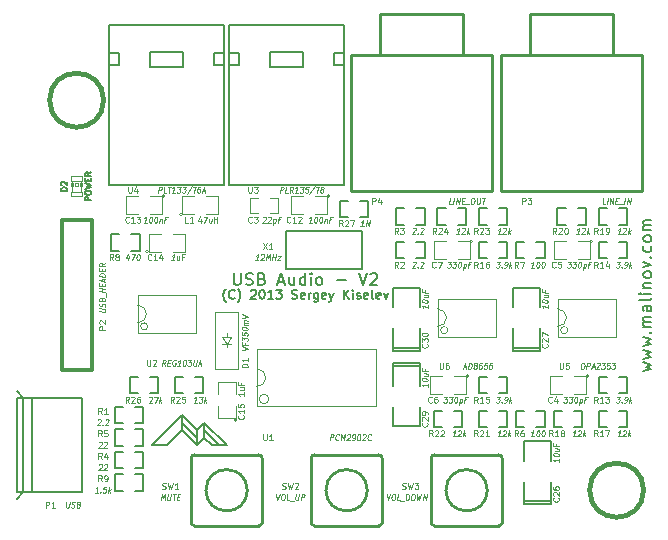
<source format=gto>
G04 (created by PCBNEW (2013-05-16 BZR 4016)-stable) date 11/18/2013 1:12:52 AM*
%MOIN*%
G04 Gerber Fmt 3.4, Leading zero omitted, Abs format*
%FSLAX34Y34*%
G01*
G70*
G90*
G04 APERTURE LIST*
%ADD10C,0.00590551*%
%ADD11C,0.008*%
%ADD12C,0.00787402*%
%ADD13C,0.006*%
%ADD14C,0.01*%
%ADD15C,0.012*%
%ADD16C,0.005*%
%ADD17C,0.0039*%
%ADD18C,0.0047*%
%ADD19C,0.015*%
%ADD20C,0.00393701*%
%ADD21C,0.0026*%
%ADD22C,0.004*%
%ADD23C,0.0045*%
%ADD24C,0.0043*%
G04 APERTURE END LIST*
G54D10*
G54D11*
X65395Y-45542D02*
X65661Y-45466D01*
X65471Y-45390D01*
X65661Y-45314D01*
X65395Y-45238D01*
X65395Y-45123D02*
X65661Y-45047D01*
X65471Y-44971D01*
X65661Y-44895D01*
X65395Y-44819D01*
X65395Y-44704D02*
X65661Y-44628D01*
X65471Y-44552D01*
X65661Y-44476D01*
X65395Y-44400D01*
X65623Y-44247D02*
X65642Y-44228D01*
X65661Y-44247D01*
X65642Y-44266D01*
X65623Y-44247D01*
X65661Y-44247D01*
X65661Y-44057D02*
X65395Y-44057D01*
X65433Y-44057D02*
X65414Y-44038D01*
X65395Y-43999D01*
X65395Y-43942D01*
X65414Y-43904D01*
X65452Y-43885D01*
X65661Y-43885D01*
X65452Y-43885D02*
X65414Y-43866D01*
X65395Y-43828D01*
X65395Y-43771D01*
X65414Y-43733D01*
X65452Y-43714D01*
X65661Y-43714D01*
X65661Y-43352D02*
X65452Y-43352D01*
X65414Y-43371D01*
X65395Y-43409D01*
X65395Y-43485D01*
X65414Y-43523D01*
X65642Y-43352D02*
X65661Y-43390D01*
X65661Y-43485D01*
X65642Y-43523D01*
X65604Y-43542D01*
X65566Y-43542D01*
X65528Y-43523D01*
X65509Y-43485D01*
X65509Y-43390D01*
X65490Y-43352D01*
X65661Y-43104D02*
X65642Y-43142D01*
X65604Y-43161D01*
X65261Y-43161D01*
X65661Y-42952D02*
X65395Y-42952D01*
X65261Y-42952D02*
X65280Y-42971D01*
X65300Y-42952D01*
X65280Y-42933D01*
X65261Y-42952D01*
X65300Y-42952D01*
X65395Y-42761D02*
X65661Y-42761D01*
X65433Y-42761D02*
X65414Y-42742D01*
X65395Y-42704D01*
X65395Y-42647D01*
X65414Y-42609D01*
X65452Y-42590D01*
X65661Y-42590D01*
X65661Y-42342D02*
X65642Y-42380D01*
X65623Y-42399D01*
X65585Y-42419D01*
X65471Y-42419D01*
X65433Y-42399D01*
X65414Y-42380D01*
X65395Y-42342D01*
X65395Y-42285D01*
X65414Y-42247D01*
X65433Y-42228D01*
X65471Y-42209D01*
X65585Y-42209D01*
X65623Y-42228D01*
X65642Y-42247D01*
X65661Y-42285D01*
X65661Y-42342D01*
X65395Y-42076D02*
X65661Y-41980D01*
X65395Y-41885D01*
X65623Y-41733D02*
X65642Y-41714D01*
X65661Y-41733D01*
X65642Y-41752D01*
X65623Y-41733D01*
X65661Y-41733D01*
X65642Y-41371D02*
X65661Y-41409D01*
X65661Y-41485D01*
X65642Y-41523D01*
X65623Y-41542D01*
X65585Y-41561D01*
X65471Y-41561D01*
X65433Y-41542D01*
X65414Y-41523D01*
X65395Y-41485D01*
X65395Y-41409D01*
X65414Y-41371D01*
X65661Y-41142D02*
X65642Y-41180D01*
X65623Y-41199D01*
X65585Y-41219D01*
X65471Y-41219D01*
X65433Y-41199D01*
X65414Y-41180D01*
X65395Y-41142D01*
X65395Y-41085D01*
X65414Y-41047D01*
X65433Y-41028D01*
X65471Y-41009D01*
X65585Y-41009D01*
X65623Y-41028D01*
X65642Y-41047D01*
X65661Y-41085D01*
X65661Y-41142D01*
X65661Y-40838D02*
X65395Y-40838D01*
X65433Y-40838D02*
X65414Y-40819D01*
X65395Y-40780D01*
X65395Y-40723D01*
X65414Y-40685D01*
X65452Y-40666D01*
X65661Y-40666D01*
X65452Y-40666D02*
X65414Y-40647D01*
X65395Y-40609D01*
X65395Y-40552D01*
X65414Y-40514D01*
X65452Y-40495D01*
X65661Y-40495D01*
G54D12*
X50750Y-47500D02*
X51250Y-48000D01*
X50750Y-47250D02*
X50750Y-47750D01*
X50000Y-47250D02*
X50500Y-47750D01*
X50500Y-47500D02*
X50500Y-48000D01*
X50000Y-47000D02*
X50000Y-47500D01*
X49500Y-48000D02*
X49000Y-48000D01*
X50000Y-47500D02*
X49500Y-48000D01*
X50500Y-48000D02*
X50000Y-47500D01*
X50750Y-47750D02*
X50500Y-48000D01*
X51000Y-48000D02*
X50750Y-47750D01*
X51500Y-48000D02*
X51000Y-48000D01*
X50750Y-47250D02*
X51500Y-48000D01*
X50500Y-47500D02*
X50750Y-47250D01*
X50000Y-47000D02*
X50500Y-47500D01*
X49000Y-48000D02*
X50000Y-47000D01*
G54D13*
X51482Y-43235D02*
X51467Y-43221D01*
X51439Y-43178D01*
X51425Y-43150D01*
X51410Y-43107D01*
X51396Y-43035D01*
X51396Y-42978D01*
X51410Y-42907D01*
X51425Y-42864D01*
X51439Y-42835D01*
X51467Y-42792D01*
X51482Y-42778D01*
X51767Y-43092D02*
X51753Y-43107D01*
X51710Y-43121D01*
X51682Y-43121D01*
X51639Y-43107D01*
X51610Y-43078D01*
X51596Y-43050D01*
X51582Y-42992D01*
X51582Y-42950D01*
X51596Y-42892D01*
X51610Y-42864D01*
X51639Y-42835D01*
X51682Y-42821D01*
X51710Y-42821D01*
X51753Y-42835D01*
X51767Y-42850D01*
X51867Y-43235D02*
X51882Y-43221D01*
X51910Y-43178D01*
X51925Y-43150D01*
X51939Y-43107D01*
X51953Y-43035D01*
X51953Y-42978D01*
X51939Y-42907D01*
X51925Y-42864D01*
X51910Y-42835D01*
X51882Y-42792D01*
X51867Y-42778D01*
X52310Y-42850D02*
X52325Y-42835D01*
X52353Y-42821D01*
X52425Y-42821D01*
X52453Y-42835D01*
X52467Y-42850D01*
X52482Y-42878D01*
X52482Y-42907D01*
X52467Y-42950D01*
X52296Y-43121D01*
X52482Y-43121D01*
X52667Y-42821D02*
X52696Y-42821D01*
X52725Y-42835D01*
X52739Y-42850D01*
X52753Y-42878D01*
X52767Y-42935D01*
X52767Y-43007D01*
X52753Y-43064D01*
X52739Y-43092D01*
X52725Y-43107D01*
X52696Y-43121D01*
X52667Y-43121D01*
X52639Y-43107D01*
X52625Y-43092D01*
X52610Y-43064D01*
X52596Y-43007D01*
X52596Y-42935D01*
X52610Y-42878D01*
X52625Y-42850D01*
X52639Y-42835D01*
X52667Y-42821D01*
X53053Y-43121D02*
X52882Y-43121D01*
X52967Y-43121D02*
X52967Y-42821D01*
X52939Y-42864D01*
X52910Y-42892D01*
X52882Y-42907D01*
X53153Y-42821D02*
X53339Y-42821D01*
X53239Y-42935D01*
X53282Y-42935D01*
X53310Y-42950D01*
X53325Y-42964D01*
X53339Y-42992D01*
X53339Y-43064D01*
X53325Y-43092D01*
X53310Y-43107D01*
X53282Y-43121D01*
X53196Y-43121D01*
X53167Y-43107D01*
X53153Y-43092D01*
X53682Y-43107D02*
X53725Y-43121D01*
X53796Y-43121D01*
X53825Y-43107D01*
X53839Y-43092D01*
X53853Y-43064D01*
X53853Y-43035D01*
X53839Y-43007D01*
X53825Y-42992D01*
X53796Y-42978D01*
X53739Y-42964D01*
X53710Y-42950D01*
X53696Y-42935D01*
X53682Y-42907D01*
X53682Y-42878D01*
X53696Y-42850D01*
X53710Y-42835D01*
X53739Y-42821D01*
X53810Y-42821D01*
X53853Y-42835D01*
X54096Y-43107D02*
X54067Y-43121D01*
X54010Y-43121D01*
X53982Y-43107D01*
X53967Y-43078D01*
X53967Y-42964D01*
X53982Y-42935D01*
X54010Y-42921D01*
X54067Y-42921D01*
X54096Y-42935D01*
X54110Y-42964D01*
X54110Y-42992D01*
X53967Y-43021D01*
X54239Y-43121D02*
X54239Y-42921D01*
X54239Y-42978D02*
X54253Y-42950D01*
X54267Y-42935D01*
X54296Y-42921D01*
X54325Y-42921D01*
X54553Y-42921D02*
X54553Y-43164D01*
X54539Y-43192D01*
X54525Y-43207D01*
X54496Y-43221D01*
X54453Y-43221D01*
X54425Y-43207D01*
X54553Y-43107D02*
X54525Y-43121D01*
X54467Y-43121D01*
X54439Y-43107D01*
X54425Y-43092D01*
X54410Y-43064D01*
X54410Y-42978D01*
X54425Y-42950D01*
X54439Y-42935D01*
X54467Y-42921D01*
X54525Y-42921D01*
X54553Y-42935D01*
X54810Y-43107D02*
X54782Y-43121D01*
X54725Y-43121D01*
X54696Y-43107D01*
X54682Y-43078D01*
X54682Y-42964D01*
X54696Y-42935D01*
X54725Y-42921D01*
X54782Y-42921D01*
X54810Y-42935D01*
X54825Y-42964D01*
X54825Y-42992D01*
X54682Y-43021D01*
X54925Y-42921D02*
X54996Y-43121D01*
X55067Y-42921D02*
X54996Y-43121D01*
X54967Y-43192D01*
X54953Y-43207D01*
X54925Y-43221D01*
X55410Y-43121D02*
X55410Y-42821D01*
X55582Y-43121D02*
X55453Y-42950D01*
X55582Y-42821D02*
X55410Y-42992D01*
X55710Y-43121D02*
X55710Y-42921D01*
X55710Y-42821D02*
X55696Y-42835D01*
X55710Y-42850D01*
X55724Y-42835D01*
X55710Y-42821D01*
X55710Y-42850D01*
X55839Y-43107D02*
X55867Y-43121D01*
X55924Y-43121D01*
X55953Y-43107D01*
X55967Y-43078D01*
X55967Y-43064D01*
X55953Y-43035D01*
X55924Y-43021D01*
X55882Y-43021D01*
X55853Y-43007D01*
X55839Y-42978D01*
X55839Y-42964D01*
X55853Y-42935D01*
X55882Y-42921D01*
X55924Y-42921D01*
X55953Y-42935D01*
X56210Y-43107D02*
X56182Y-43121D01*
X56124Y-43121D01*
X56096Y-43107D01*
X56082Y-43078D01*
X56082Y-42964D01*
X56096Y-42935D01*
X56124Y-42921D01*
X56182Y-42921D01*
X56210Y-42935D01*
X56224Y-42964D01*
X56224Y-42992D01*
X56082Y-43021D01*
X56396Y-43121D02*
X56367Y-43107D01*
X56353Y-43078D01*
X56353Y-42821D01*
X56624Y-43107D02*
X56596Y-43121D01*
X56539Y-43121D01*
X56510Y-43107D01*
X56496Y-43078D01*
X56496Y-42964D01*
X56510Y-42935D01*
X56539Y-42921D01*
X56596Y-42921D01*
X56624Y-42935D01*
X56639Y-42964D01*
X56639Y-42992D01*
X56496Y-43021D01*
X56739Y-42921D02*
X56810Y-43121D01*
X56882Y-42921D01*
G54D11*
X51744Y-42261D02*
X51744Y-42585D01*
X51763Y-42623D01*
X51782Y-42642D01*
X51820Y-42661D01*
X51896Y-42661D01*
X51934Y-42642D01*
X51953Y-42623D01*
X51972Y-42585D01*
X51972Y-42261D01*
X52144Y-42642D02*
X52201Y-42661D01*
X52296Y-42661D01*
X52334Y-42642D01*
X52353Y-42623D01*
X52372Y-42585D01*
X52372Y-42547D01*
X52353Y-42509D01*
X52334Y-42490D01*
X52296Y-42471D01*
X52220Y-42452D01*
X52182Y-42433D01*
X52163Y-42414D01*
X52144Y-42376D01*
X52144Y-42338D01*
X52163Y-42300D01*
X52182Y-42280D01*
X52220Y-42261D01*
X52315Y-42261D01*
X52372Y-42280D01*
X52677Y-42452D02*
X52734Y-42471D01*
X52753Y-42490D01*
X52772Y-42528D01*
X52772Y-42585D01*
X52753Y-42623D01*
X52734Y-42642D01*
X52696Y-42661D01*
X52544Y-42661D01*
X52544Y-42261D01*
X52677Y-42261D01*
X52715Y-42280D01*
X52734Y-42300D01*
X52753Y-42338D01*
X52753Y-42376D01*
X52734Y-42414D01*
X52715Y-42433D01*
X52677Y-42452D01*
X52544Y-42452D01*
X53229Y-42547D02*
X53420Y-42547D01*
X53191Y-42661D02*
X53325Y-42261D01*
X53458Y-42661D01*
X53763Y-42395D02*
X53763Y-42661D01*
X53591Y-42395D02*
X53591Y-42604D01*
X53610Y-42642D01*
X53648Y-42661D01*
X53705Y-42661D01*
X53744Y-42642D01*
X53763Y-42623D01*
X54125Y-42661D02*
X54125Y-42261D01*
X54125Y-42642D02*
X54086Y-42661D01*
X54010Y-42661D01*
X53972Y-42642D01*
X53953Y-42623D01*
X53934Y-42585D01*
X53934Y-42471D01*
X53953Y-42433D01*
X53972Y-42414D01*
X54010Y-42395D01*
X54086Y-42395D01*
X54125Y-42414D01*
X54315Y-42661D02*
X54315Y-42395D01*
X54315Y-42261D02*
X54296Y-42280D01*
X54315Y-42300D01*
X54334Y-42280D01*
X54315Y-42261D01*
X54315Y-42300D01*
X54563Y-42661D02*
X54525Y-42642D01*
X54505Y-42623D01*
X54486Y-42585D01*
X54486Y-42471D01*
X54505Y-42433D01*
X54525Y-42414D01*
X54563Y-42395D01*
X54620Y-42395D01*
X54658Y-42414D01*
X54677Y-42433D01*
X54696Y-42471D01*
X54696Y-42585D01*
X54677Y-42623D01*
X54658Y-42642D01*
X54620Y-42661D01*
X54563Y-42661D01*
X55172Y-42509D02*
X55477Y-42509D01*
X55915Y-42261D02*
X56048Y-42661D01*
X56182Y-42261D01*
X56296Y-42300D02*
X56315Y-42280D01*
X56353Y-42261D01*
X56448Y-42261D01*
X56486Y-42280D01*
X56505Y-42300D01*
X56525Y-42338D01*
X56525Y-42376D01*
X56505Y-42433D01*
X56277Y-42661D01*
X56525Y-42661D01*
G54D14*
X60681Y-48417D02*
X60681Y-50583D01*
X58417Y-48319D02*
X60583Y-48319D01*
X58319Y-50583D02*
X58319Y-48417D01*
X60583Y-50681D02*
X58417Y-50681D01*
X58417Y-48319D02*
G75*
G03X58319Y-48417I0J-98D01*
G74*
G01*
X60681Y-48417D02*
G75*
G03X60583Y-48319I-98J0D01*
G74*
G01*
X58319Y-50583D02*
G75*
G03X58417Y-50681I98J0D01*
G74*
G01*
X60583Y-50681D02*
G75*
G03X60681Y-50583I0J98D01*
G74*
G01*
X60189Y-49500D02*
G75*
G03X60189Y-49500I-689J0D01*
G74*
G01*
X56681Y-48417D02*
X56681Y-50583D01*
X54417Y-48319D02*
X56583Y-48319D01*
X54319Y-50583D02*
X54319Y-48417D01*
X56583Y-50681D02*
X54417Y-50681D01*
X54417Y-48319D02*
G75*
G03X54319Y-48417I0J-98D01*
G74*
G01*
X56681Y-48417D02*
G75*
G03X56583Y-48319I-98J0D01*
G74*
G01*
X54319Y-50583D02*
G75*
G03X54417Y-50681I98J0D01*
G74*
G01*
X56583Y-50681D02*
G75*
G03X56681Y-50583I0J98D01*
G74*
G01*
X56189Y-49500D02*
G75*
G03X56189Y-49500I-689J0D01*
G74*
G01*
X52681Y-48417D02*
X52681Y-50583D01*
X50417Y-48319D02*
X52583Y-48319D01*
X50319Y-50583D02*
X50319Y-48417D01*
X52583Y-50681D02*
X50417Y-50681D01*
X50417Y-48319D02*
G75*
G03X50319Y-48417I0J-98D01*
G74*
G01*
X52681Y-48417D02*
G75*
G03X52583Y-48319I-98J0D01*
G74*
G01*
X50319Y-50583D02*
G75*
G03X50417Y-50681I98J0D01*
G74*
G01*
X52583Y-50681D02*
G75*
G03X52681Y-50583I0J98D01*
G74*
G01*
X52189Y-49500D02*
G75*
G03X52189Y-49500I-689J0D01*
G74*
G01*
G54D15*
X46000Y-45500D02*
X47000Y-45500D01*
X47000Y-40500D02*
X46000Y-40500D01*
X46000Y-45500D02*
X46000Y-40500D01*
X47000Y-40500D02*
X47000Y-45500D01*
G54D14*
X56622Y-35000D02*
X59378Y-35000D01*
X59378Y-35000D02*
X60362Y-35000D01*
X60362Y-35000D02*
X60362Y-39528D01*
X60362Y-39528D02*
X55638Y-39528D01*
X55638Y-39528D02*
X55638Y-35000D01*
X55638Y-35000D02*
X56622Y-35000D01*
X56622Y-35000D02*
X56622Y-33622D01*
X56622Y-33622D02*
X59378Y-33622D01*
X59378Y-33622D02*
X59378Y-35000D01*
X61622Y-35000D02*
X64378Y-35000D01*
X64378Y-35000D02*
X65362Y-35000D01*
X65362Y-35000D02*
X65362Y-39528D01*
X65362Y-39528D02*
X60638Y-39528D01*
X60638Y-39528D02*
X60638Y-35000D01*
X60638Y-35000D02*
X61622Y-35000D01*
X61622Y-35000D02*
X61622Y-33622D01*
X61622Y-33622D02*
X64378Y-33622D01*
X64378Y-33622D02*
X64378Y-35000D01*
G54D16*
X57822Y-40650D02*
X58100Y-40650D01*
X58100Y-40650D02*
X58100Y-40100D01*
X58100Y-40100D02*
X57822Y-40100D01*
X57150Y-40650D02*
X57428Y-40650D01*
X57150Y-40650D02*
X57150Y-40100D01*
X57150Y-40100D02*
X57428Y-40100D01*
X48053Y-47475D02*
X47775Y-47475D01*
X47775Y-47475D02*
X47775Y-48025D01*
X47775Y-48025D02*
X48053Y-48025D01*
X48725Y-47475D02*
X48447Y-47475D01*
X48725Y-47475D02*
X48725Y-48025D01*
X48725Y-48025D02*
X48447Y-48025D01*
X61822Y-47400D02*
X62100Y-47400D01*
X62100Y-47400D02*
X62100Y-46850D01*
X62100Y-46850D02*
X61822Y-46850D01*
X61150Y-47400D02*
X61428Y-47400D01*
X61150Y-47400D02*
X61150Y-46850D01*
X61150Y-46850D02*
X61428Y-46850D01*
X61822Y-41775D02*
X62100Y-41775D01*
X62100Y-41775D02*
X62100Y-41225D01*
X62100Y-41225D02*
X61822Y-41225D01*
X61150Y-41775D02*
X61428Y-41775D01*
X61150Y-41775D02*
X61150Y-41225D01*
X61150Y-41225D02*
X61428Y-41225D01*
X48053Y-48975D02*
X47775Y-48975D01*
X47775Y-48975D02*
X47775Y-49525D01*
X47775Y-49525D02*
X48053Y-49525D01*
X48725Y-48975D02*
X48447Y-48975D01*
X48725Y-48975D02*
X48725Y-49525D01*
X48725Y-49525D02*
X48447Y-49525D01*
X48322Y-41525D02*
X48600Y-41525D01*
X48600Y-41525D02*
X48600Y-40975D01*
X48600Y-40975D02*
X48322Y-40975D01*
X47650Y-41525D02*
X47928Y-41525D01*
X47650Y-41525D02*
X47650Y-40975D01*
X47650Y-40975D02*
X47928Y-40975D01*
X48053Y-48225D02*
X47775Y-48225D01*
X47775Y-48225D02*
X47775Y-48775D01*
X47775Y-48775D02*
X48053Y-48775D01*
X48725Y-48225D02*
X48447Y-48225D01*
X48725Y-48225D02*
X48725Y-48775D01*
X48725Y-48775D02*
X48447Y-48775D01*
X48053Y-46725D02*
X47775Y-46725D01*
X47775Y-46725D02*
X47775Y-47275D01*
X47775Y-47275D02*
X48053Y-47275D01*
X48725Y-46725D02*
X48447Y-46725D01*
X48725Y-46725D02*
X48725Y-47275D01*
X48725Y-47275D02*
X48447Y-47275D01*
X57822Y-41775D02*
X58100Y-41775D01*
X58100Y-41775D02*
X58100Y-41225D01*
X58100Y-41225D02*
X57822Y-41225D01*
X57150Y-41775D02*
X57428Y-41775D01*
X57150Y-41775D02*
X57150Y-41225D01*
X57150Y-41225D02*
X57428Y-41225D01*
G54D17*
X54950Y-39700D02*
G75*
G03X54950Y-39700I-50J0D01*
G74*
G01*
X54450Y-39700D02*
X54850Y-39700D01*
X54850Y-39700D02*
X54850Y-40300D01*
X54850Y-40300D02*
X54450Y-40300D01*
X54050Y-40300D02*
X53650Y-40300D01*
X53650Y-40300D02*
X53650Y-39700D01*
X53650Y-39700D02*
X54050Y-39700D01*
X49450Y-39700D02*
G75*
G03X49450Y-39700I-50J0D01*
G74*
G01*
X48950Y-39700D02*
X49350Y-39700D01*
X49350Y-39700D02*
X49350Y-40300D01*
X49350Y-40300D02*
X48950Y-40300D01*
X48550Y-40300D02*
X48150Y-40300D01*
X48150Y-40300D02*
X48150Y-39700D01*
X48150Y-39700D02*
X48550Y-39700D01*
X59575Y-45700D02*
G75*
G03X59575Y-45700I-50J0D01*
G74*
G01*
X59075Y-45700D02*
X59475Y-45700D01*
X59475Y-45700D02*
X59475Y-46300D01*
X59475Y-46300D02*
X59075Y-46300D01*
X58675Y-46300D02*
X58275Y-46300D01*
X58275Y-46300D02*
X58275Y-45700D01*
X58275Y-45700D02*
X58675Y-45700D01*
X59700Y-41200D02*
G75*
G03X59700Y-41200I-50J0D01*
G74*
G01*
X59200Y-41200D02*
X59600Y-41200D01*
X59600Y-41200D02*
X59600Y-41800D01*
X59600Y-41800D02*
X59200Y-41800D01*
X58800Y-41800D02*
X58400Y-41800D01*
X58400Y-41800D02*
X58400Y-41200D01*
X58400Y-41200D02*
X58800Y-41200D01*
X63700Y-41200D02*
G75*
G03X63700Y-41200I-50J0D01*
G74*
G01*
X63200Y-41200D02*
X63600Y-41200D01*
X63600Y-41200D02*
X63600Y-41800D01*
X63600Y-41800D02*
X63200Y-41800D01*
X62800Y-41800D02*
X62400Y-41800D01*
X62400Y-41800D02*
X62400Y-41200D01*
X62400Y-41200D02*
X62800Y-41200D01*
X63575Y-45700D02*
G75*
G03X63575Y-45700I-50J0D01*
G74*
G01*
X63075Y-45700D02*
X63475Y-45700D01*
X63475Y-45700D02*
X63475Y-46300D01*
X63475Y-46300D02*
X63075Y-46300D01*
X62675Y-46300D02*
X62275Y-46300D01*
X62275Y-46300D02*
X62275Y-45700D01*
X62275Y-45700D02*
X62675Y-45700D01*
G54D18*
X52947Y-40256D02*
X53222Y-40256D01*
X52553Y-40256D02*
X52278Y-40256D01*
X52947Y-39744D02*
X53222Y-39744D01*
X52278Y-39744D02*
X52553Y-39744D01*
X53222Y-39750D02*
X53222Y-40250D01*
X52278Y-40250D02*
X52278Y-39750D01*
G54D10*
X52948Y-34905D02*
X54051Y-34905D01*
X54051Y-34905D02*
X54051Y-35377D01*
X54051Y-35377D02*
X52948Y-35377D01*
X52948Y-35377D02*
X52948Y-34905D01*
X55409Y-34925D02*
X55074Y-34925D01*
X55074Y-34925D02*
X55074Y-35318D01*
X55074Y-35318D02*
X55409Y-35318D01*
X51590Y-34925D02*
X51925Y-34925D01*
X51925Y-34925D02*
X51925Y-35318D01*
X51925Y-35318D02*
X51590Y-35318D01*
X51590Y-39314D02*
X55409Y-39314D01*
X55409Y-39314D02*
X55409Y-34000D01*
X51590Y-34000D02*
X51590Y-39314D01*
X51590Y-34000D02*
X55409Y-34000D01*
X48948Y-34905D02*
X50051Y-34905D01*
X50051Y-34905D02*
X50051Y-35377D01*
X50051Y-35377D02*
X48948Y-35377D01*
X48948Y-35377D02*
X48948Y-34905D01*
X51409Y-34925D02*
X51074Y-34925D01*
X51074Y-34925D02*
X51074Y-35318D01*
X51074Y-35318D02*
X51409Y-35318D01*
X47590Y-34925D02*
X47925Y-34925D01*
X47925Y-34925D02*
X47925Y-35318D01*
X47925Y-35318D02*
X47590Y-35318D01*
X47590Y-39314D02*
X51409Y-39314D01*
X51409Y-39314D02*
X51409Y-34000D01*
X47590Y-34000D02*
X47590Y-39314D01*
X47590Y-34000D02*
X51409Y-34000D01*
X56009Y-40870D02*
X56009Y-42129D01*
X56009Y-42129D02*
X53490Y-42129D01*
X53490Y-40870D02*
X56009Y-40870D01*
X53490Y-40870D02*
X53490Y-42129D01*
G54D19*
X47400Y-36500D02*
G75*
G03X47400Y-36500I-900J0D01*
G74*
G01*
X65400Y-49500D02*
G75*
G03X65400Y-49500I-900J0D01*
G74*
G01*
G54D16*
X57950Y-45375D02*
X57950Y-45275D01*
X57950Y-45275D02*
X57050Y-45275D01*
X57050Y-45275D02*
X57050Y-45375D01*
X57950Y-45375D02*
X57050Y-45375D01*
X57050Y-45375D02*
X57050Y-46025D01*
X57950Y-46725D02*
X57950Y-47375D01*
X57950Y-47375D02*
X57050Y-47375D01*
X57050Y-47375D02*
X57050Y-46725D01*
X57950Y-46025D02*
X57950Y-45375D01*
X61050Y-44750D02*
X61050Y-44850D01*
X61050Y-44850D02*
X61950Y-44850D01*
X61950Y-44850D02*
X61950Y-44750D01*
X61050Y-44750D02*
X61950Y-44750D01*
X61950Y-44750D02*
X61950Y-44100D01*
X61050Y-43400D02*
X61050Y-42750D01*
X61050Y-42750D02*
X61950Y-42750D01*
X61950Y-42750D02*
X61950Y-43400D01*
X61050Y-44100D02*
X61050Y-44750D01*
X61425Y-49875D02*
X61425Y-49975D01*
X61425Y-49975D02*
X62325Y-49975D01*
X62325Y-49975D02*
X62325Y-49875D01*
X61425Y-49875D02*
X62325Y-49875D01*
X62325Y-49875D02*
X62325Y-49225D01*
X61425Y-48525D02*
X61425Y-47875D01*
X61425Y-47875D02*
X62325Y-47875D01*
X62325Y-47875D02*
X62325Y-48525D01*
X61425Y-49225D02*
X61425Y-49875D01*
X60572Y-40650D02*
X60850Y-40650D01*
X60850Y-40650D02*
X60850Y-40100D01*
X60850Y-40100D02*
X60572Y-40100D01*
X59900Y-40650D02*
X60178Y-40650D01*
X59900Y-40650D02*
X59900Y-40100D01*
X59900Y-40100D02*
X60178Y-40100D01*
X60572Y-47400D02*
X60850Y-47400D01*
X60850Y-47400D02*
X60850Y-46850D01*
X60850Y-46850D02*
X60572Y-46850D01*
X59900Y-47400D02*
X60178Y-47400D01*
X59900Y-47400D02*
X59900Y-46850D01*
X59900Y-46850D02*
X60178Y-46850D01*
X60572Y-41775D02*
X60850Y-41775D01*
X60850Y-41775D02*
X60850Y-41225D01*
X60850Y-41225D02*
X60572Y-41225D01*
X59900Y-41775D02*
X60178Y-41775D01*
X59900Y-41775D02*
X59900Y-41225D01*
X59900Y-41225D02*
X60178Y-41225D01*
X60572Y-46275D02*
X60850Y-46275D01*
X60850Y-46275D02*
X60850Y-45725D01*
X60850Y-45725D02*
X60572Y-45725D01*
X59900Y-46275D02*
X60178Y-46275D01*
X59900Y-46275D02*
X59900Y-45725D01*
X59900Y-45725D02*
X60178Y-45725D01*
X64572Y-47400D02*
X64850Y-47400D01*
X64850Y-47400D02*
X64850Y-46850D01*
X64850Y-46850D02*
X64572Y-46850D01*
X63900Y-47400D02*
X64178Y-47400D01*
X63900Y-47400D02*
X63900Y-46850D01*
X63900Y-46850D02*
X64178Y-46850D01*
X59072Y-47400D02*
X59350Y-47400D01*
X59350Y-47400D02*
X59350Y-46850D01*
X59350Y-46850D02*
X59072Y-46850D01*
X58400Y-47400D02*
X58678Y-47400D01*
X58400Y-47400D02*
X58400Y-46850D01*
X58400Y-46850D02*
X58678Y-46850D01*
X59197Y-40650D02*
X59475Y-40650D01*
X59475Y-40650D02*
X59475Y-40100D01*
X59475Y-40100D02*
X59197Y-40100D01*
X58525Y-40650D02*
X58803Y-40650D01*
X58525Y-40650D02*
X58525Y-40100D01*
X58525Y-40100D02*
X58803Y-40100D01*
X63197Y-40650D02*
X63475Y-40650D01*
X63475Y-40650D02*
X63475Y-40100D01*
X63475Y-40100D02*
X63197Y-40100D01*
X62525Y-40650D02*
X62803Y-40650D01*
X62525Y-40650D02*
X62525Y-40100D01*
X62525Y-40100D02*
X62803Y-40100D01*
X63072Y-47400D02*
X63350Y-47400D01*
X63350Y-47400D02*
X63350Y-46850D01*
X63350Y-46850D02*
X63072Y-46850D01*
X62400Y-47400D02*
X62678Y-47400D01*
X62400Y-47400D02*
X62400Y-46850D01*
X62400Y-46850D02*
X62678Y-46850D01*
X64572Y-40650D02*
X64850Y-40650D01*
X64850Y-40650D02*
X64850Y-40100D01*
X64850Y-40100D02*
X64572Y-40100D01*
X63900Y-40650D02*
X64178Y-40650D01*
X63900Y-40650D02*
X63900Y-40100D01*
X63900Y-40100D02*
X64178Y-40100D01*
X64572Y-41775D02*
X64850Y-41775D01*
X64850Y-41775D02*
X64850Y-41225D01*
X64850Y-41225D02*
X64572Y-41225D01*
X63900Y-41775D02*
X64178Y-41775D01*
X63900Y-41775D02*
X63900Y-41225D01*
X63900Y-41225D02*
X64178Y-41225D01*
X64572Y-46275D02*
X64850Y-46275D01*
X64850Y-46275D02*
X64850Y-45725D01*
X64850Y-45725D02*
X64572Y-45725D01*
X63900Y-46275D02*
X64178Y-46275D01*
X63900Y-46275D02*
X63900Y-45725D01*
X63900Y-45725D02*
X64178Y-45725D01*
X50447Y-46275D02*
X50725Y-46275D01*
X50725Y-46275D02*
X50725Y-45725D01*
X50725Y-45725D02*
X50447Y-45725D01*
X49775Y-46275D02*
X50053Y-46275D01*
X49775Y-46275D02*
X49775Y-45725D01*
X49775Y-45725D02*
X50053Y-45725D01*
X48947Y-46275D02*
X49225Y-46275D01*
X49225Y-46275D02*
X49225Y-45725D01*
X49225Y-45725D02*
X48947Y-45725D01*
X48275Y-46275D02*
X48553Y-46275D01*
X48275Y-46275D02*
X48275Y-45725D01*
X48275Y-45725D02*
X48553Y-45725D01*
X55553Y-39850D02*
X55275Y-39850D01*
X55275Y-39850D02*
X55275Y-40400D01*
X55275Y-40400D02*
X55553Y-40400D01*
X56225Y-39850D02*
X55947Y-39850D01*
X56225Y-39850D02*
X56225Y-40400D01*
X56225Y-40400D02*
X55947Y-40400D01*
G54D17*
X48900Y-41550D02*
G75*
G03X48900Y-41550I-50J0D01*
G74*
G01*
X49300Y-41550D02*
X48900Y-41550D01*
X48900Y-41550D02*
X48900Y-40950D01*
X48900Y-40950D02*
X49300Y-40950D01*
X49700Y-40950D02*
X50100Y-40950D01*
X50100Y-40950D02*
X50100Y-41550D01*
X50100Y-41550D02*
X49700Y-41550D01*
X51850Y-47150D02*
G75*
G03X51850Y-47150I-50J0D01*
G74*
G01*
X51800Y-46700D02*
X51800Y-47100D01*
X51800Y-47100D02*
X51200Y-47100D01*
X51200Y-47100D02*
X51200Y-46700D01*
X51200Y-46300D02*
X51200Y-45900D01*
X51200Y-45900D02*
X51800Y-45900D01*
X51800Y-45900D02*
X51800Y-46300D01*
G54D20*
X52905Y-46458D02*
G75*
G03X52905Y-46458I-157J0D01*
G74*
G01*
X52511Y-46045D02*
G75*
G03X52807Y-45750I0J295D01*
G74*
G01*
X52807Y-45750D02*
G75*
G03X52511Y-45454I-295J0D01*
G74*
G01*
X52511Y-44805D02*
X56488Y-44805D01*
X56488Y-44805D02*
X56488Y-46694D01*
X56488Y-46694D02*
X52511Y-46694D01*
X52511Y-46694D02*
X52511Y-44805D01*
X48871Y-44038D02*
G75*
G03X48871Y-44038I-119J0D01*
G74*
G01*
X48535Y-43920D02*
G75*
G03X48830Y-43625I0J295D01*
G74*
G01*
X48830Y-43625D02*
G75*
G03X48535Y-43329I-295J0D01*
G74*
G01*
X48535Y-42995D02*
X50464Y-42995D01*
X50464Y-42995D02*
X50464Y-44254D01*
X50464Y-44254D02*
X48535Y-44254D01*
X48535Y-44254D02*
X48535Y-42995D01*
X62871Y-44163D02*
G75*
G03X62871Y-44163I-119J0D01*
G74*
G01*
X62535Y-44045D02*
G75*
G03X62830Y-43750I0J295D01*
G74*
G01*
X62830Y-43750D02*
G75*
G03X62535Y-43454I-295J0D01*
G74*
G01*
X62535Y-43120D02*
X64464Y-43120D01*
X64464Y-43120D02*
X64464Y-44379D01*
X64464Y-44379D02*
X62535Y-44379D01*
X62535Y-44379D02*
X62535Y-43120D01*
X58871Y-44163D02*
G75*
G03X58871Y-44163I-119J0D01*
G74*
G01*
X58535Y-44045D02*
G75*
G03X58830Y-43750I0J295D01*
G74*
G01*
X58830Y-43750D02*
G75*
G03X58535Y-43454I-295J0D01*
G74*
G01*
X58535Y-43120D02*
X60464Y-43120D01*
X60464Y-43120D02*
X60464Y-44379D01*
X60464Y-44379D02*
X58535Y-44379D01*
X58535Y-44379D02*
X58535Y-43120D01*
X51500Y-44618D02*
X51500Y-44736D01*
X51500Y-44381D02*
X51500Y-44263D01*
X51637Y-44618D02*
X51362Y-44618D01*
X51637Y-44381D02*
X51362Y-44381D01*
X51362Y-44381D02*
X51500Y-44618D01*
X51500Y-44618D02*
X51637Y-44381D01*
X51874Y-43555D02*
X51874Y-45444D01*
X51874Y-45444D02*
X51125Y-45444D01*
X51125Y-45444D02*
X51125Y-43555D01*
X51125Y-43555D02*
X51874Y-43555D01*
G54D17*
X50025Y-40300D02*
G75*
G03X50025Y-40300I-50J0D01*
G74*
G01*
X50425Y-40300D02*
X50025Y-40300D01*
X50025Y-40300D02*
X50025Y-39700D01*
X50025Y-39700D02*
X50425Y-39700D01*
X50825Y-39700D02*
X51225Y-39700D01*
X51225Y-39700D02*
X51225Y-40300D01*
X51225Y-40300D02*
X50825Y-40300D01*
G54D21*
X46323Y-39198D02*
X46677Y-39198D01*
X46677Y-39198D02*
X46677Y-39041D01*
X46323Y-39041D02*
X46677Y-39041D01*
X46323Y-39198D02*
X46323Y-39041D01*
X46323Y-39709D02*
X46677Y-39709D01*
X46677Y-39709D02*
X46677Y-39552D01*
X46323Y-39552D02*
X46677Y-39552D01*
X46323Y-39709D02*
X46323Y-39552D01*
X46323Y-39375D02*
X46382Y-39375D01*
X46382Y-39375D02*
X46382Y-39257D01*
X46323Y-39257D02*
X46382Y-39257D01*
X46323Y-39375D02*
X46323Y-39257D01*
X46618Y-39375D02*
X46677Y-39375D01*
X46677Y-39375D02*
X46677Y-39257D01*
X46618Y-39257D02*
X46677Y-39257D01*
X46618Y-39375D02*
X46618Y-39257D01*
X46441Y-39375D02*
X46559Y-39375D01*
X46559Y-39375D02*
X46559Y-39257D01*
X46441Y-39257D02*
X46559Y-39257D01*
X46441Y-39375D02*
X46441Y-39257D01*
G54D22*
X46343Y-39198D02*
X46343Y-39552D01*
X46657Y-39198D02*
X46657Y-39552D01*
G54D16*
X57050Y-44750D02*
X57050Y-44850D01*
X57050Y-44850D02*
X57950Y-44850D01*
X57950Y-44850D02*
X57950Y-44750D01*
X57050Y-44750D02*
X57950Y-44750D01*
X57950Y-44750D02*
X57950Y-44100D01*
X57050Y-43400D02*
X57050Y-42750D01*
X57050Y-42750D02*
X57950Y-42750D01*
X57950Y-42750D02*
X57950Y-43400D01*
X57050Y-44100D02*
X57050Y-44750D01*
G54D10*
X44507Y-49574D02*
X44507Y-46425D01*
X44724Y-49574D02*
X44507Y-49574D01*
X44724Y-46425D02*
X44507Y-46425D01*
X44724Y-46425D02*
X44507Y-46208D01*
X44507Y-49791D02*
X44724Y-49574D01*
X45000Y-46425D02*
X44724Y-46425D01*
X44724Y-46425D02*
X44724Y-49574D01*
X44724Y-49574D02*
X45000Y-49574D01*
X45000Y-46425D02*
X46692Y-46425D01*
X46692Y-46425D02*
X46692Y-49574D01*
X46692Y-49574D02*
X45000Y-49574D01*
X45000Y-46425D02*
X45000Y-49574D01*
G54D22*
X57358Y-49446D02*
X57386Y-49455D01*
X57434Y-49455D01*
X57453Y-49446D01*
X57463Y-49436D01*
X57472Y-49417D01*
X57472Y-49398D01*
X57463Y-49379D01*
X57453Y-49370D01*
X57434Y-49360D01*
X57396Y-49351D01*
X57377Y-49341D01*
X57367Y-49332D01*
X57358Y-49313D01*
X57358Y-49294D01*
X57367Y-49275D01*
X57377Y-49265D01*
X57396Y-49255D01*
X57444Y-49255D01*
X57472Y-49265D01*
X57539Y-49255D02*
X57586Y-49455D01*
X57625Y-49313D01*
X57663Y-49455D01*
X57710Y-49255D01*
X57767Y-49255D02*
X57891Y-49255D01*
X57825Y-49332D01*
X57853Y-49332D01*
X57872Y-49341D01*
X57882Y-49351D01*
X57891Y-49370D01*
X57891Y-49417D01*
X57882Y-49436D01*
X57872Y-49446D01*
X57853Y-49455D01*
X57796Y-49455D01*
X57777Y-49446D01*
X57767Y-49436D01*
X56838Y-49630D02*
X56873Y-49830D01*
X56958Y-49630D01*
X57053Y-49630D02*
X57087Y-49630D01*
X57103Y-49640D01*
X57118Y-49659D01*
X57122Y-49697D01*
X57113Y-49764D01*
X57100Y-49802D01*
X57080Y-49821D01*
X57062Y-49830D01*
X57028Y-49830D01*
X57012Y-49821D01*
X56997Y-49802D01*
X56993Y-49764D01*
X57002Y-49697D01*
X57015Y-49659D01*
X57034Y-49640D01*
X57053Y-49630D01*
X57268Y-49830D02*
X57182Y-49830D01*
X57207Y-49630D01*
X57283Y-49850D02*
X57420Y-49850D01*
X57465Y-49830D02*
X57490Y-49630D01*
X57533Y-49630D01*
X57557Y-49640D01*
X57572Y-49659D01*
X57578Y-49678D01*
X57582Y-49716D01*
X57578Y-49745D01*
X57565Y-49783D01*
X57554Y-49802D01*
X57535Y-49821D01*
X57508Y-49830D01*
X57465Y-49830D01*
X57704Y-49630D02*
X57738Y-49630D01*
X57754Y-49640D01*
X57769Y-49659D01*
X57773Y-49697D01*
X57765Y-49764D01*
X57751Y-49802D01*
X57732Y-49821D01*
X57713Y-49830D01*
X57679Y-49830D01*
X57663Y-49821D01*
X57648Y-49802D01*
X57645Y-49764D01*
X57653Y-49697D01*
X57666Y-49659D01*
X57686Y-49640D01*
X57704Y-49630D01*
X57841Y-49630D02*
X57859Y-49830D01*
X57911Y-49688D01*
X57928Y-49830D01*
X57996Y-49630D01*
X58039Y-49830D02*
X58064Y-49630D01*
X58142Y-49830D01*
X58167Y-49630D01*
X53358Y-49446D02*
X53386Y-49455D01*
X53434Y-49455D01*
X53453Y-49446D01*
X53463Y-49436D01*
X53472Y-49417D01*
X53472Y-49398D01*
X53463Y-49379D01*
X53453Y-49370D01*
X53434Y-49360D01*
X53396Y-49351D01*
X53377Y-49341D01*
X53367Y-49332D01*
X53358Y-49313D01*
X53358Y-49294D01*
X53367Y-49275D01*
X53377Y-49265D01*
X53396Y-49255D01*
X53444Y-49255D01*
X53472Y-49265D01*
X53539Y-49255D02*
X53586Y-49455D01*
X53625Y-49313D01*
X53663Y-49455D01*
X53710Y-49255D01*
X53777Y-49275D02*
X53786Y-49265D01*
X53805Y-49255D01*
X53853Y-49255D01*
X53872Y-49265D01*
X53882Y-49275D01*
X53891Y-49294D01*
X53891Y-49313D01*
X53882Y-49341D01*
X53767Y-49455D01*
X53891Y-49455D01*
X53161Y-49630D02*
X53196Y-49830D01*
X53281Y-49630D01*
X53375Y-49630D02*
X53409Y-49630D01*
X53425Y-49640D01*
X53440Y-49659D01*
X53444Y-49697D01*
X53435Y-49764D01*
X53422Y-49802D01*
X53403Y-49821D01*
X53384Y-49830D01*
X53350Y-49830D01*
X53334Y-49821D01*
X53319Y-49802D01*
X53315Y-49764D01*
X53324Y-49697D01*
X53337Y-49659D01*
X53357Y-49640D01*
X53375Y-49630D01*
X53590Y-49830D02*
X53504Y-49830D01*
X53529Y-49630D01*
X53605Y-49850D02*
X53742Y-49850D01*
X53812Y-49630D02*
X53792Y-49792D01*
X53798Y-49811D01*
X53805Y-49821D01*
X53821Y-49830D01*
X53856Y-49830D01*
X53874Y-49821D01*
X53884Y-49811D01*
X53895Y-49792D01*
X53915Y-49630D01*
X53976Y-49830D02*
X54001Y-49630D01*
X54069Y-49630D01*
X54085Y-49640D01*
X54093Y-49650D01*
X54099Y-49669D01*
X54095Y-49697D01*
X54084Y-49716D01*
X54074Y-49726D01*
X54056Y-49735D01*
X53988Y-49735D01*
X49358Y-49446D02*
X49386Y-49455D01*
X49434Y-49455D01*
X49453Y-49446D01*
X49463Y-49436D01*
X49472Y-49417D01*
X49472Y-49398D01*
X49463Y-49379D01*
X49453Y-49370D01*
X49434Y-49360D01*
X49396Y-49351D01*
X49377Y-49341D01*
X49367Y-49332D01*
X49358Y-49313D01*
X49358Y-49294D01*
X49367Y-49275D01*
X49377Y-49265D01*
X49396Y-49255D01*
X49444Y-49255D01*
X49472Y-49265D01*
X49539Y-49255D02*
X49586Y-49455D01*
X49625Y-49313D01*
X49663Y-49455D01*
X49710Y-49255D01*
X49891Y-49455D02*
X49777Y-49455D01*
X49834Y-49455D02*
X49834Y-49255D01*
X49815Y-49284D01*
X49796Y-49303D01*
X49777Y-49313D01*
X49311Y-49830D02*
X49336Y-49630D01*
X49378Y-49773D01*
X49456Y-49630D01*
X49431Y-49830D01*
X49542Y-49630D02*
X49522Y-49792D01*
X49528Y-49811D01*
X49535Y-49821D01*
X49551Y-49830D01*
X49586Y-49830D01*
X49604Y-49821D01*
X49614Y-49811D01*
X49625Y-49792D01*
X49645Y-49630D01*
X49705Y-49630D02*
X49808Y-49630D01*
X49731Y-49830D02*
X49756Y-49630D01*
X49856Y-49726D02*
X49916Y-49726D01*
X49928Y-49830D02*
X49843Y-49830D01*
X49868Y-49630D01*
X49953Y-49630D01*
X47455Y-44147D02*
X47255Y-44147D01*
X47255Y-44071D01*
X47265Y-44052D01*
X47275Y-44042D01*
X47294Y-44033D01*
X47322Y-44033D01*
X47341Y-44042D01*
X47351Y-44052D01*
X47360Y-44071D01*
X47360Y-44147D01*
X47275Y-43957D02*
X47265Y-43947D01*
X47255Y-43928D01*
X47255Y-43880D01*
X47265Y-43861D01*
X47275Y-43852D01*
X47294Y-43842D01*
X47313Y-43842D01*
X47341Y-43852D01*
X47455Y-43966D01*
X47455Y-43842D01*
X47255Y-43543D02*
X47417Y-43564D01*
X47436Y-43557D01*
X47446Y-43550D01*
X47455Y-43534D01*
X47455Y-43500D01*
X47446Y-43481D01*
X47436Y-43472D01*
X47417Y-43461D01*
X47255Y-43441D01*
X47446Y-43387D02*
X47455Y-43363D01*
X47455Y-43320D01*
X47446Y-43301D01*
X47436Y-43292D01*
X47417Y-43281D01*
X47398Y-43278D01*
X47379Y-43285D01*
X47370Y-43292D01*
X47360Y-43308D01*
X47351Y-43341D01*
X47341Y-43357D01*
X47332Y-43364D01*
X47313Y-43371D01*
X47294Y-43368D01*
X47275Y-43357D01*
X47265Y-43347D01*
X47255Y-43329D01*
X47255Y-43286D01*
X47265Y-43262D01*
X47351Y-43135D02*
X47360Y-43111D01*
X47370Y-43103D01*
X47389Y-43097D01*
X47417Y-43101D01*
X47436Y-43112D01*
X47446Y-43121D01*
X47455Y-43140D01*
X47455Y-43208D01*
X47255Y-43183D01*
X47255Y-43123D01*
X47265Y-43107D01*
X47275Y-43100D01*
X47294Y-43094D01*
X47313Y-43096D01*
X47332Y-43107D01*
X47341Y-43117D01*
X47351Y-43135D01*
X47351Y-43195D01*
X47475Y-43074D02*
X47475Y-42936D01*
X47455Y-42891D02*
X47255Y-42866D01*
X47351Y-42878D02*
X47351Y-42775D01*
X47455Y-42788D02*
X47255Y-42763D01*
X47351Y-42690D02*
X47351Y-42630D01*
X47455Y-42617D02*
X47455Y-42703D01*
X47255Y-42678D01*
X47255Y-42592D01*
X47398Y-42541D02*
X47398Y-42456D01*
X47455Y-42566D02*
X47255Y-42481D01*
X47455Y-42446D01*
X47455Y-42386D02*
X47255Y-42361D01*
X47255Y-42318D01*
X47265Y-42293D01*
X47284Y-42278D01*
X47303Y-42272D01*
X47341Y-42268D01*
X47370Y-42272D01*
X47408Y-42285D01*
X47427Y-42296D01*
X47446Y-42316D01*
X47455Y-42343D01*
X47455Y-42386D01*
X47351Y-42192D02*
X47351Y-42132D01*
X47455Y-42120D02*
X47455Y-42206D01*
X47255Y-42181D01*
X47255Y-42095D01*
X47455Y-41940D02*
X47360Y-41988D01*
X47455Y-42043D02*
X47255Y-42018D01*
X47255Y-41949D01*
X47265Y-41933D01*
X47275Y-41926D01*
X47294Y-41920D01*
X47322Y-41923D01*
X47341Y-41934D01*
X47351Y-41944D01*
X47360Y-41962D01*
X47360Y-42031D01*
X56352Y-39955D02*
X56352Y-39755D01*
X56428Y-39755D01*
X56447Y-39765D01*
X56457Y-39775D01*
X56466Y-39794D01*
X56466Y-39822D01*
X56457Y-39841D01*
X56447Y-39851D01*
X56428Y-39860D01*
X56352Y-39860D01*
X56638Y-39822D02*
X56638Y-39955D01*
X56590Y-39746D02*
X56542Y-39889D01*
X56666Y-39889D01*
X59002Y-39955D02*
X58916Y-39955D01*
X58941Y-39755D01*
X59062Y-39955D02*
X59087Y-39755D01*
X59148Y-39955D02*
X59173Y-39755D01*
X59251Y-39955D01*
X59276Y-39755D01*
X59349Y-39851D02*
X59409Y-39851D01*
X59422Y-39955D02*
X59336Y-39955D01*
X59361Y-39755D01*
X59447Y-39755D01*
X59454Y-39975D02*
X59591Y-39975D01*
X59696Y-39755D02*
X59730Y-39755D01*
X59746Y-39765D01*
X59761Y-39784D01*
X59764Y-39822D01*
X59756Y-39889D01*
X59743Y-39927D01*
X59723Y-39946D01*
X59705Y-39955D01*
X59671Y-39955D01*
X59655Y-39946D01*
X59640Y-39927D01*
X59636Y-39889D01*
X59644Y-39822D01*
X59658Y-39784D01*
X59677Y-39765D01*
X59696Y-39755D01*
X59850Y-39755D02*
X59830Y-39917D01*
X59836Y-39936D01*
X59843Y-39946D01*
X59859Y-39955D01*
X59893Y-39955D01*
X59912Y-39946D01*
X59922Y-39936D01*
X59933Y-39917D01*
X59953Y-39755D01*
X60013Y-39755D02*
X60116Y-39755D01*
X60039Y-39955D02*
X60064Y-39755D01*
X61352Y-39955D02*
X61352Y-39755D01*
X61428Y-39755D01*
X61447Y-39765D01*
X61457Y-39775D01*
X61466Y-39794D01*
X61466Y-39822D01*
X61457Y-39841D01*
X61447Y-39851D01*
X61428Y-39860D01*
X61352Y-39860D01*
X61533Y-39755D02*
X61657Y-39755D01*
X61590Y-39832D01*
X61619Y-39832D01*
X61638Y-39841D01*
X61647Y-39851D01*
X61657Y-39870D01*
X61657Y-39917D01*
X61647Y-39936D01*
X61638Y-39946D01*
X61619Y-39955D01*
X61561Y-39955D01*
X61542Y-39946D01*
X61533Y-39936D01*
X64122Y-39955D02*
X64036Y-39955D01*
X64061Y-39755D01*
X64182Y-39955D02*
X64207Y-39755D01*
X64268Y-39955D02*
X64293Y-39755D01*
X64371Y-39955D01*
X64396Y-39755D01*
X64469Y-39851D02*
X64529Y-39851D01*
X64542Y-39955D02*
X64456Y-39955D01*
X64481Y-39755D01*
X64567Y-39755D01*
X64574Y-39975D02*
X64711Y-39975D01*
X64756Y-39955D02*
X64781Y-39755D01*
X64842Y-39955D02*
X64867Y-39755D01*
X64945Y-39955D01*
X64970Y-39755D01*
X57216Y-40955D02*
X57150Y-40860D01*
X57102Y-40955D02*
X57102Y-40755D01*
X57178Y-40755D01*
X57197Y-40765D01*
X57207Y-40775D01*
X57216Y-40794D01*
X57216Y-40822D01*
X57207Y-40841D01*
X57197Y-40851D01*
X57178Y-40860D01*
X57102Y-40860D01*
X57283Y-40755D02*
X57407Y-40755D01*
X57340Y-40832D01*
X57369Y-40832D01*
X57388Y-40841D01*
X57397Y-40851D01*
X57407Y-40870D01*
X57407Y-40917D01*
X57397Y-40936D01*
X57388Y-40946D01*
X57369Y-40955D01*
X57311Y-40955D01*
X57292Y-40946D01*
X57283Y-40936D01*
X57708Y-40775D02*
X57718Y-40765D01*
X57736Y-40755D01*
X57779Y-40755D01*
X57795Y-40765D01*
X57803Y-40775D01*
X57809Y-40794D01*
X57806Y-40813D01*
X57794Y-40841D01*
X57677Y-40955D01*
X57788Y-40955D01*
X57868Y-40936D02*
X57875Y-40946D01*
X57866Y-40955D01*
X57858Y-40946D01*
X57868Y-40936D01*
X57866Y-40955D01*
X57965Y-40775D02*
X57975Y-40765D01*
X57993Y-40755D01*
X58036Y-40755D01*
X58052Y-40765D01*
X58060Y-40775D01*
X58066Y-40794D01*
X58063Y-40813D01*
X58051Y-40841D01*
X57934Y-40955D01*
X58046Y-40955D01*
X47341Y-47705D02*
X47275Y-47610D01*
X47227Y-47705D02*
X47227Y-47505D01*
X47303Y-47505D01*
X47322Y-47515D01*
X47332Y-47525D01*
X47341Y-47544D01*
X47341Y-47572D01*
X47332Y-47591D01*
X47322Y-47601D01*
X47303Y-47610D01*
X47227Y-47610D01*
X47522Y-47505D02*
X47427Y-47505D01*
X47417Y-47601D01*
X47427Y-47591D01*
X47446Y-47582D01*
X47494Y-47582D01*
X47513Y-47591D01*
X47522Y-47601D01*
X47532Y-47620D01*
X47532Y-47667D01*
X47522Y-47686D01*
X47513Y-47696D01*
X47494Y-47705D01*
X47446Y-47705D01*
X47427Y-47696D01*
X47417Y-47686D01*
X47251Y-47900D02*
X47261Y-47890D01*
X47279Y-47880D01*
X47322Y-47880D01*
X47338Y-47890D01*
X47345Y-47900D01*
X47352Y-47919D01*
X47349Y-47938D01*
X47337Y-47966D01*
X47220Y-48080D01*
X47331Y-48080D01*
X47423Y-47900D02*
X47432Y-47890D01*
X47451Y-47880D01*
X47493Y-47880D01*
X47509Y-47890D01*
X47517Y-47900D01*
X47523Y-47919D01*
X47521Y-47938D01*
X47508Y-47966D01*
X47391Y-48080D01*
X47503Y-48080D01*
X61216Y-47705D02*
X61150Y-47610D01*
X61102Y-47705D02*
X61102Y-47505D01*
X61178Y-47505D01*
X61197Y-47515D01*
X61207Y-47525D01*
X61216Y-47544D01*
X61216Y-47572D01*
X61207Y-47591D01*
X61197Y-47601D01*
X61178Y-47610D01*
X61102Y-47610D01*
X61388Y-47505D02*
X61350Y-47505D01*
X61330Y-47515D01*
X61321Y-47525D01*
X61302Y-47553D01*
X61292Y-47591D01*
X61292Y-47667D01*
X61302Y-47686D01*
X61311Y-47696D01*
X61330Y-47705D01*
X61369Y-47705D01*
X61388Y-47696D01*
X61397Y-47686D01*
X61407Y-47667D01*
X61407Y-47620D01*
X61397Y-47601D01*
X61388Y-47591D01*
X61369Y-47582D01*
X61330Y-47582D01*
X61311Y-47591D01*
X61302Y-47601D01*
X61292Y-47620D01*
X61746Y-47705D02*
X61643Y-47705D01*
X61694Y-47705D02*
X61719Y-47505D01*
X61698Y-47534D01*
X61679Y-47553D01*
X61661Y-47563D01*
X61882Y-47505D02*
X61899Y-47505D01*
X61915Y-47515D01*
X61923Y-47525D01*
X61929Y-47544D01*
X61933Y-47582D01*
X61927Y-47629D01*
X61913Y-47667D01*
X61902Y-47686D01*
X61893Y-47696D01*
X61874Y-47705D01*
X61857Y-47705D01*
X61841Y-47696D01*
X61834Y-47686D01*
X61828Y-47667D01*
X61824Y-47629D01*
X61830Y-47582D01*
X61843Y-47544D01*
X61854Y-47525D01*
X61864Y-47515D01*
X61882Y-47505D01*
X62053Y-47505D02*
X62071Y-47505D01*
X62087Y-47515D01*
X62094Y-47525D01*
X62100Y-47544D01*
X62104Y-47582D01*
X62098Y-47629D01*
X62085Y-47667D01*
X62074Y-47686D01*
X62064Y-47696D01*
X62046Y-47705D01*
X62028Y-47705D01*
X62013Y-47696D01*
X62005Y-47686D01*
X61999Y-47667D01*
X61995Y-47629D01*
X62001Y-47582D01*
X62014Y-47544D01*
X62025Y-47525D01*
X62035Y-47515D01*
X62053Y-47505D01*
X61216Y-42080D02*
X61150Y-41985D01*
X61102Y-42080D02*
X61102Y-41880D01*
X61178Y-41880D01*
X61197Y-41890D01*
X61207Y-41900D01*
X61216Y-41919D01*
X61216Y-41947D01*
X61207Y-41966D01*
X61197Y-41976D01*
X61178Y-41985D01*
X61102Y-41985D01*
X61283Y-41880D02*
X61416Y-41880D01*
X61330Y-42080D01*
X61746Y-42080D02*
X61643Y-42080D01*
X61694Y-42080D02*
X61719Y-41880D01*
X61698Y-41909D01*
X61679Y-41928D01*
X61661Y-41938D01*
X61882Y-41880D02*
X61899Y-41880D01*
X61915Y-41890D01*
X61923Y-41900D01*
X61929Y-41919D01*
X61933Y-41957D01*
X61927Y-42004D01*
X61913Y-42042D01*
X61902Y-42061D01*
X61893Y-42071D01*
X61874Y-42080D01*
X61857Y-42080D01*
X61841Y-42071D01*
X61834Y-42061D01*
X61828Y-42042D01*
X61824Y-42004D01*
X61830Y-41957D01*
X61843Y-41919D01*
X61854Y-41900D01*
X61864Y-41890D01*
X61882Y-41880D01*
X62053Y-41880D02*
X62071Y-41880D01*
X62087Y-41890D01*
X62094Y-41900D01*
X62100Y-41919D01*
X62104Y-41957D01*
X62098Y-42004D01*
X62085Y-42042D01*
X62074Y-42061D01*
X62064Y-42071D01*
X62046Y-42080D01*
X62028Y-42080D01*
X62013Y-42071D01*
X62005Y-42061D01*
X61999Y-42042D01*
X61995Y-42004D01*
X62001Y-41957D01*
X62014Y-41919D01*
X62025Y-41900D01*
X62035Y-41890D01*
X62053Y-41880D01*
X47341Y-49205D02*
X47275Y-49110D01*
X47227Y-49205D02*
X47227Y-49005D01*
X47303Y-49005D01*
X47322Y-49015D01*
X47332Y-49025D01*
X47341Y-49044D01*
X47341Y-49072D01*
X47332Y-49091D01*
X47322Y-49101D01*
X47303Y-49110D01*
X47227Y-49110D01*
X47436Y-49205D02*
X47475Y-49205D01*
X47494Y-49196D01*
X47503Y-49186D01*
X47522Y-49158D01*
X47532Y-49120D01*
X47532Y-49044D01*
X47522Y-49025D01*
X47513Y-49015D01*
X47494Y-49005D01*
X47455Y-49005D01*
X47436Y-49015D01*
X47427Y-49025D01*
X47417Y-49044D01*
X47417Y-49091D01*
X47427Y-49110D01*
X47436Y-49120D01*
X47455Y-49129D01*
X47494Y-49129D01*
X47513Y-49120D01*
X47522Y-49110D01*
X47532Y-49091D01*
X47216Y-49580D02*
X47113Y-49580D01*
X47164Y-49580D02*
X47189Y-49380D01*
X47168Y-49409D01*
X47149Y-49428D01*
X47131Y-49438D01*
X47295Y-49561D02*
X47303Y-49571D01*
X47293Y-49580D01*
X47285Y-49571D01*
X47295Y-49561D01*
X47293Y-49580D01*
X47489Y-49380D02*
X47403Y-49380D01*
X47383Y-49476D01*
X47393Y-49466D01*
X47411Y-49457D01*
X47454Y-49457D01*
X47470Y-49466D01*
X47477Y-49476D01*
X47483Y-49495D01*
X47478Y-49542D01*
X47467Y-49561D01*
X47457Y-49571D01*
X47438Y-49580D01*
X47396Y-49580D01*
X47380Y-49571D01*
X47372Y-49561D01*
X47550Y-49580D02*
X47575Y-49380D01*
X47577Y-49504D02*
X47618Y-49580D01*
X47635Y-49447D02*
X47557Y-49523D01*
X47716Y-41830D02*
X47650Y-41735D01*
X47602Y-41830D02*
X47602Y-41630D01*
X47678Y-41630D01*
X47697Y-41640D01*
X47707Y-41650D01*
X47716Y-41669D01*
X47716Y-41697D01*
X47707Y-41716D01*
X47697Y-41726D01*
X47678Y-41735D01*
X47602Y-41735D01*
X47830Y-41716D02*
X47811Y-41707D01*
X47802Y-41697D01*
X47792Y-41678D01*
X47792Y-41669D01*
X47802Y-41650D01*
X47811Y-41640D01*
X47830Y-41630D01*
X47869Y-41630D01*
X47888Y-41640D01*
X47897Y-41650D01*
X47907Y-41669D01*
X47907Y-41678D01*
X47897Y-41697D01*
X47888Y-41707D01*
X47869Y-41716D01*
X47830Y-41716D01*
X47811Y-41726D01*
X47802Y-41735D01*
X47792Y-41754D01*
X47792Y-41792D01*
X47802Y-41811D01*
X47811Y-41821D01*
X47830Y-41830D01*
X47869Y-41830D01*
X47888Y-41821D01*
X47897Y-41811D01*
X47907Y-41792D01*
X47907Y-41754D01*
X47897Y-41735D01*
X47888Y-41726D01*
X47869Y-41716D01*
X48245Y-41697D02*
X48228Y-41830D01*
X48212Y-41621D02*
X48151Y-41764D01*
X48263Y-41764D01*
X48331Y-41630D02*
X48451Y-41630D01*
X48348Y-41830D01*
X48553Y-41630D02*
X48571Y-41630D01*
X48587Y-41640D01*
X48594Y-41650D01*
X48600Y-41669D01*
X48604Y-41707D01*
X48598Y-41754D01*
X48585Y-41792D01*
X48574Y-41811D01*
X48564Y-41821D01*
X48546Y-41830D01*
X48528Y-41830D01*
X48513Y-41821D01*
X48505Y-41811D01*
X48499Y-41792D01*
X48495Y-41754D01*
X48501Y-41707D01*
X48514Y-41669D01*
X48525Y-41650D01*
X48535Y-41640D01*
X48553Y-41630D01*
X47341Y-48455D02*
X47275Y-48360D01*
X47227Y-48455D02*
X47227Y-48255D01*
X47303Y-48255D01*
X47322Y-48265D01*
X47332Y-48275D01*
X47341Y-48294D01*
X47341Y-48322D01*
X47332Y-48341D01*
X47322Y-48351D01*
X47303Y-48360D01*
X47227Y-48360D01*
X47513Y-48322D02*
X47513Y-48455D01*
X47465Y-48246D02*
X47417Y-48389D01*
X47541Y-48389D01*
X47251Y-48650D02*
X47261Y-48640D01*
X47279Y-48630D01*
X47322Y-48630D01*
X47338Y-48640D01*
X47345Y-48650D01*
X47352Y-48669D01*
X47349Y-48688D01*
X47337Y-48716D01*
X47220Y-48830D01*
X47331Y-48830D01*
X47423Y-48650D02*
X47432Y-48640D01*
X47451Y-48630D01*
X47493Y-48630D01*
X47509Y-48640D01*
X47517Y-48650D01*
X47523Y-48669D01*
X47521Y-48688D01*
X47508Y-48716D01*
X47391Y-48830D01*
X47503Y-48830D01*
X47341Y-46955D02*
X47275Y-46860D01*
X47227Y-46955D02*
X47227Y-46755D01*
X47303Y-46755D01*
X47322Y-46765D01*
X47332Y-46775D01*
X47341Y-46794D01*
X47341Y-46822D01*
X47332Y-46841D01*
X47322Y-46851D01*
X47303Y-46860D01*
X47227Y-46860D01*
X47532Y-46955D02*
X47417Y-46955D01*
X47475Y-46955D02*
X47475Y-46755D01*
X47455Y-46784D01*
X47436Y-46803D01*
X47417Y-46813D01*
G54D23*
X47208Y-47150D02*
X47218Y-47140D01*
X47236Y-47130D01*
X47279Y-47130D01*
X47295Y-47140D01*
X47303Y-47150D01*
X47309Y-47169D01*
X47306Y-47188D01*
X47294Y-47216D01*
X47177Y-47330D01*
X47288Y-47330D01*
X47368Y-47311D02*
X47375Y-47321D01*
X47366Y-47330D01*
X47358Y-47321D01*
X47368Y-47311D01*
X47366Y-47330D01*
X47465Y-47150D02*
X47475Y-47140D01*
X47493Y-47130D01*
X47536Y-47130D01*
X47552Y-47140D01*
X47560Y-47150D01*
X47566Y-47169D01*
X47563Y-47188D01*
X47551Y-47216D01*
X47434Y-47330D01*
X47546Y-47330D01*
G54D22*
X57216Y-42080D02*
X57150Y-41985D01*
X57102Y-42080D02*
X57102Y-41880D01*
X57178Y-41880D01*
X57197Y-41890D01*
X57207Y-41900D01*
X57216Y-41919D01*
X57216Y-41947D01*
X57207Y-41966D01*
X57197Y-41976D01*
X57178Y-41985D01*
X57102Y-41985D01*
X57292Y-41900D02*
X57302Y-41890D01*
X57321Y-41880D01*
X57369Y-41880D01*
X57388Y-41890D01*
X57397Y-41900D01*
X57407Y-41919D01*
X57407Y-41938D01*
X57397Y-41966D01*
X57283Y-42080D01*
X57407Y-42080D01*
X57708Y-41900D02*
X57718Y-41890D01*
X57736Y-41880D01*
X57779Y-41880D01*
X57795Y-41890D01*
X57803Y-41900D01*
X57809Y-41919D01*
X57806Y-41938D01*
X57794Y-41966D01*
X57677Y-42080D01*
X57788Y-42080D01*
X57868Y-42061D02*
X57875Y-42071D01*
X57866Y-42080D01*
X57858Y-42071D01*
X57868Y-42061D01*
X57866Y-42080D01*
X57965Y-41900D02*
X57975Y-41890D01*
X57993Y-41880D01*
X58036Y-41880D01*
X58052Y-41890D01*
X58060Y-41900D01*
X58066Y-41919D01*
X58063Y-41938D01*
X58051Y-41966D01*
X57934Y-42080D01*
X58046Y-42080D01*
X53621Y-40561D02*
X53611Y-40571D01*
X53583Y-40580D01*
X53564Y-40580D01*
X53535Y-40571D01*
X53516Y-40552D01*
X53507Y-40533D01*
X53497Y-40495D01*
X53497Y-40466D01*
X53507Y-40428D01*
X53516Y-40409D01*
X53535Y-40390D01*
X53564Y-40380D01*
X53583Y-40380D01*
X53611Y-40390D01*
X53621Y-40400D01*
X53811Y-40580D02*
X53697Y-40580D01*
X53754Y-40580D02*
X53754Y-40380D01*
X53735Y-40409D01*
X53716Y-40428D01*
X53697Y-40438D01*
X53888Y-40400D02*
X53897Y-40390D01*
X53916Y-40380D01*
X53964Y-40380D01*
X53983Y-40390D01*
X53992Y-40400D01*
X54002Y-40419D01*
X54002Y-40438D01*
X53992Y-40466D01*
X53878Y-40580D01*
X54002Y-40580D01*
X54337Y-40580D02*
X54234Y-40580D01*
X54286Y-40580D02*
X54311Y-40380D01*
X54290Y-40409D01*
X54270Y-40428D01*
X54252Y-40438D01*
X54473Y-40380D02*
X54491Y-40380D01*
X54507Y-40390D01*
X54514Y-40400D01*
X54520Y-40419D01*
X54524Y-40457D01*
X54518Y-40504D01*
X54505Y-40542D01*
X54494Y-40561D01*
X54484Y-40571D01*
X54466Y-40580D01*
X54448Y-40580D01*
X54433Y-40571D01*
X54425Y-40561D01*
X54419Y-40542D01*
X54415Y-40504D01*
X54421Y-40457D01*
X54434Y-40419D01*
X54445Y-40400D01*
X54455Y-40390D01*
X54473Y-40380D01*
X54645Y-40380D02*
X54662Y-40380D01*
X54678Y-40390D01*
X54685Y-40400D01*
X54692Y-40419D01*
X54695Y-40457D01*
X54689Y-40504D01*
X54676Y-40542D01*
X54665Y-40561D01*
X54655Y-40571D01*
X54637Y-40580D01*
X54620Y-40580D01*
X54604Y-40571D01*
X54597Y-40561D01*
X54590Y-40542D01*
X54587Y-40504D01*
X54593Y-40457D01*
X54606Y-40419D01*
X54617Y-40400D01*
X54627Y-40390D01*
X54645Y-40380D01*
X54774Y-40447D02*
X54757Y-40580D01*
X54771Y-40466D02*
X54781Y-40457D01*
X54799Y-40447D01*
X54825Y-40447D01*
X54841Y-40457D01*
X54847Y-40476D01*
X54834Y-40580D01*
X54993Y-40476D02*
X54933Y-40476D01*
X54920Y-40580D02*
X54945Y-40380D01*
X55031Y-40380D01*
X48246Y-40561D02*
X48236Y-40571D01*
X48208Y-40580D01*
X48189Y-40580D01*
X48160Y-40571D01*
X48141Y-40552D01*
X48132Y-40533D01*
X48122Y-40495D01*
X48122Y-40466D01*
X48132Y-40428D01*
X48141Y-40409D01*
X48160Y-40390D01*
X48189Y-40380D01*
X48208Y-40380D01*
X48236Y-40390D01*
X48246Y-40400D01*
X48436Y-40580D02*
X48322Y-40580D01*
X48379Y-40580D02*
X48379Y-40380D01*
X48360Y-40409D01*
X48341Y-40428D01*
X48322Y-40438D01*
X48503Y-40380D02*
X48627Y-40380D01*
X48560Y-40457D01*
X48589Y-40457D01*
X48608Y-40466D01*
X48617Y-40476D01*
X48627Y-40495D01*
X48627Y-40542D01*
X48617Y-40561D01*
X48608Y-40571D01*
X48589Y-40580D01*
X48532Y-40580D01*
X48513Y-40571D01*
X48503Y-40561D01*
X48837Y-40580D02*
X48734Y-40580D01*
X48786Y-40580D02*
X48811Y-40380D01*
X48790Y-40409D01*
X48770Y-40428D01*
X48752Y-40438D01*
X48973Y-40380D02*
X48991Y-40380D01*
X49007Y-40390D01*
X49014Y-40400D01*
X49020Y-40419D01*
X49024Y-40457D01*
X49018Y-40504D01*
X49005Y-40542D01*
X48994Y-40561D01*
X48984Y-40571D01*
X48966Y-40580D01*
X48948Y-40580D01*
X48933Y-40571D01*
X48925Y-40561D01*
X48919Y-40542D01*
X48915Y-40504D01*
X48921Y-40457D01*
X48934Y-40419D01*
X48945Y-40400D01*
X48955Y-40390D01*
X48973Y-40380D01*
X49145Y-40380D02*
X49162Y-40380D01*
X49178Y-40390D01*
X49185Y-40400D01*
X49192Y-40419D01*
X49195Y-40457D01*
X49189Y-40504D01*
X49176Y-40542D01*
X49165Y-40561D01*
X49155Y-40571D01*
X49137Y-40580D01*
X49120Y-40580D01*
X49104Y-40571D01*
X49097Y-40561D01*
X49090Y-40542D01*
X49087Y-40504D01*
X49093Y-40457D01*
X49106Y-40419D01*
X49117Y-40400D01*
X49127Y-40390D01*
X49145Y-40380D01*
X49274Y-40447D02*
X49257Y-40580D01*
X49271Y-40466D02*
X49281Y-40457D01*
X49299Y-40447D01*
X49325Y-40447D01*
X49341Y-40457D01*
X49347Y-40476D01*
X49334Y-40580D01*
X49493Y-40476D02*
X49433Y-40476D01*
X49420Y-40580D02*
X49445Y-40380D01*
X49531Y-40380D01*
X58341Y-46561D02*
X58332Y-46571D01*
X58303Y-46580D01*
X58284Y-46580D01*
X58255Y-46571D01*
X58236Y-46552D01*
X58227Y-46533D01*
X58217Y-46495D01*
X58217Y-46466D01*
X58227Y-46428D01*
X58236Y-46409D01*
X58255Y-46390D01*
X58284Y-46380D01*
X58303Y-46380D01*
X58332Y-46390D01*
X58341Y-46400D01*
X58513Y-46380D02*
X58475Y-46380D01*
X58455Y-46390D01*
X58446Y-46400D01*
X58427Y-46428D01*
X58417Y-46466D01*
X58417Y-46542D01*
X58427Y-46561D01*
X58436Y-46571D01*
X58455Y-46580D01*
X58494Y-46580D01*
X58513Y-46571D01*
X58522Y-46561D01*
X58532Y-46542D01*
X58532Y-46495D01*
X58522Y-46476D01*
X58513Y-46466D01*
X58494Y-46457D01*
X58455Y-46457D01*
X58436Y-46466D01*
X58427Y-46476D01*
X58417Y-46495D01*
X58751Y-46380D02*
X58862Y-46380D01*
X58793Y-46457D01*
X58818Y-46457D01*
X58834Y-46466D01*
X58842Y-46476D01*
X58848Y-46495D01*
X58842Y-46542D01*
X58831Y-46561D01*
X58821Y-46571D01*
X58803Y-46580D01*
X58751Y-46580D01*
X58735Y-46571D01*
X58728Y-46561D01*
X58922Y-46380D02*
X59033Y-46380D01*
X58964Y-46457D01*
X58990Y-46457D01*
X59006Y-46466D01*
X59013Y-46476D01*
X59019Y-46495D01*
X59013Y-46542D01*
X59002Y-46561D01*
X58993Y-46571D01*
X58974Y-46580D01*
X58923Y-46580D01*
X58907Y-46571D01*
X58899Y-46561D01*
X59145Y-46380D02*
X59162Y-46380D01*
X59178Y-46390D01*
X59185Y-46400D01*
X59192Y-46419D01*
X59195Y-46457D01*
X59189Y-46504D01*
X59176Y-46542D01*
X59165Y-46561D01*
X59155Y-46571D01*
X59137Y-46580D01*
X59120Y-46580D01*
X59104Y-46571D01*
X59097Y-46561D01*
X59090Y-46542D01*
X59087Y-46504D01*
X59093Y-46457D01*
X59106Y-46419D01*
X59117Y-46400D01*
X59127Y-46390D01*
X59145Y-46380D01*
X59274Y-46447D02*
X59249Y-46647D01*
X59273Y-46457D02*
X59291Y-46447D01*
X59325Y-46447D01*
X59341Y-46457D01*
X59348Y-46466D01*
X59355Y-46485D01*
X59348Y-46542D01*
X59337Y-46561D01*
X59327Y-46571D01*
X59308Y-46580D01*
X59274Y-46580D01*
X59258Y-46571D01*
X59493Y-46476D02*
X59433Y-46476D01*
X59420Y-46580D02*
X59445Y-46380D01*
X59531Y-46380D01*
X58466Y-42061D02*
X58457Y-42071D01*
X58428Y-42080D01*
X58409Y-42080D01*
X58380Y-42071D01*
X58361Y-42052D01*
X58352Y-42033D01*
X58342Y-41995D01*
X58342Y-41966D01*
X58352Y-41928D01*
X58361Y-41909D01*
X58380Y-41890D01*
X58409Y-41880D01*
X58428Y-41880D01*
X58457Y-41890D01*
X58466Y-41900D01*
X58533Y-41880D02*
X58666Y-41880D01*
X58580Y-42080D01*
X58876Y-41880D02*
X58987Y-41880D01*
X58918Y-41957D01*
X58943Y-41957D01*
X58959Y-41966D01*
X58967Y-41976D01*
X58973Y-41995D01*
X58967Y-42042D01*
X58956Y-42061D01*
X58946Y-42071D01*
X58928Y-42080D01*
X58876Y-42080D01*
X58860Y-42071D01*
X58853Y-42061D01*
X59047Y-41880D02*
X59158Y-41880D01*
X59089Y-41957D01*
X59115Y-41957D01*
X59131Y-41966D01*
X59138Y-41976D01*
X59144Y-41995D01*
X59138Y-42042D01*
X59127Y-42061D01*
X59118Y-42071D01*
X59099Y-42080D01*
X59048Y-42080D01*
X59032Y-42071D01*
X59024Y-42061D01*
X59270Y-41880D02*
X59287Y-41880D01*
X59303Y-41890D01*
X59310Y-41900D01*
X59317Y-41919D01*
X59320Y-41957D01*
X59314Y-42004D01*
X59301Y-42042D01*
X59290Y-42061D01*
X59280Y-42071D01*
X59262Y-42080D01*
X59245Y-42080D01*
X59229Y-42071D01*
X59222Y-42061D01*
X59215Y-42042D01*
X59212Y-42004D01*
X59218Y-41957D01*
X59231Y-41919D01*
X59242Y-41900D01*
X59252Y-41890D01*
X59270Y-41880D01*
X59399Y-41947D02*
X59374Y-42147D01*
X59398Y-41957D02*
X59416Y-41947D01*
X59450Y-41947D01*
X59466Y-41957D01*
X59473Y-41966D01*
X59480Y-41985D01*
X59473Y-42042D01*
X59462Y-42061D01*
X59452Y-42071D01*
X59433Y-42080D01*
X59399Y-42080D01*
X59383Y-42071D01*
X59618Y-41976D02*
X59558Y-41976D01*
X59545Y-42080D02*
X59570Y-41880D01*
X59656Y-41880D01*
X62466Y-42061D02*
X62457Y-42071D01*
X62428Y-42080D01*
X62409Y-42080D01*
X62380Y-42071D01*
X62361Y-42052D01*
X62352Y-42033D01*
X62342Y-41995D01*
X62342Y-41966D01*
X62352Y-41928D01*
X62361Y-41909D01*
X62380Y-41890D01*
X62409Y-41880D01*
X62428Y-41880D01*
X62457Y-41890D01*
X62466Y-41900D01*
X62647Y-41880D02*
X62552Y-41880D01*
X62542Y-41976D01*
X62552Y-41966D01*
X62571Y-41957D01*
X62619Y-41957D01*
X62638Y-41966D01*
X62647Y-41976D01*
X62657Y-41995D01*
X62657Y-42042D01*
X62647Y-42061D01*
X62638Y-42071D01*
X62619Y-42080D01*
X62571Y-42080D01*
X62552Y-42071D01*
X62542Y-42061D01*
X62876Y-41880D02*
X62987Y-41880D01*
X62918Y-41957D01*
X62943Y-41957D01*
X62959Y-41966D01*
X62967Y-41976D01*
X62973Y-41995D01*
X62967Y-42042D01*
X62956Y-42061D01*
X62946Y-42071D01*
X62928Y-42080D01*
X62876Y-42080D01*
X62860Y-42071D01*
X62853Y-42061D01*
X63047Y-41880D02*
X63158Y-41880D01*
X63089Y-41957D01*
X63115Y-41957D01*
X63131Y-41966D01*
X63138Y-41976D01*
X63144Y-41995D01*
X63138Y-42042D01*
X63127Y-42061D01*
X63118Y-42071D01*
X63099Y-42080D01*
X63048Y-42080D01*
X63032Y-42071D01*
X63024Y-42061D01*
X63270Y-41880D02*
X63287Y-41880D01*
X63303Y-41890D01*
X63310Y-41900D01*
X63317Y-41919D01*
X63320Y-41957D01*
X63314Y-42004D01*
X63301Y-42042D01*
X63290Y-42061D01*
X63280Y-42071D01*
X63262Y-42080D01*
X63245Y-42080D01*
X63229Y-42071D01*
X63222Y-42061D01*
X63215Y-42042D01*
X63212Y-42004D01*
X63218Y-41957D01*
X63231Y-41919D01*
X63242Y-41900D01*
X63252Y-41890D01*
X63270Y-41880D01*
X63399Y-41947D02*
X63374Y-42147D01*
X63398Y-41957D02*
X63416Y-41947D01*
X63450Y-41947D01*
X63466Y-41957D01*
X63473Y-41966D01*
X63480Y-41985D01*
X63473Y-42042D01*
X63462Y-42061D01*
X63452Y-42071D01*
X63433Y-42080D01*
X63399Y-42080D01*
X63383Y-42071D01*
X63618Y-41976D02*
X63558Y-41976D01*
X63545Y-42080D02*
X63570Y-41880D01*
X63656Y-41880D01*
X62341Y-46561D02*
X62332Y-46571D01*
X62303Y-46580D01*
X62284Y-46580D01*
X62255Y-46571D01*
X62236Y-46552D01*
X62227Y-46533D01*
X62217Y-46495D01*
X62217Y-46466D01*
X62227Y-46428D01*
X62236Y-46409D01*
X62255Y-46390D01*
X62284Y-46380D01*
X62303Y-46380D01*
X62332Y-46390D01*
X62341Y-46400D01*
X62513Y-46447D02*
X62513Y-46580D01*
X62465Y-46371D02*
X62417Y-46514D01*
X62541Y-46514D01*
X62751Y-46380D02*
X62862Y-46380D01*
X62793Y-46457D01*
X62818Y-46457D01*
X62834Y-46466D01*
X62842Y-46476D01*
X62848Y-46495D01*
X62842Y-46542D01*
X62831Y-46561D01*
X62821Y-46571D01*
X62803Y-46580D01*
X62751Y-46580D01*
X62735Y-46571D01*
X62728Y-46561D01*
X62922Y-46380D02*
X63033Y-46380D01*
X62964Y-46457D01*
X62990Y-46457D01*
X63006Y-46466D01*
X63013Y-46476D01*
X63019Y-46495D01*
X63013Y-46542D01*
X63002Y-46561D01*
X62993Y-46571D01*
X62974Y-46580D01*
X62923Y-46580D01*
X62907Y-46571D01*
X62899Y-46561D01*
X63145Y-46380D02*
X63162Y-46380D01*
X63178Y-46390D01*
X63185Y-46400D01*
X63192Y-46419D01*
X63195Y-46457D01*
X63189Y-46504D01*
X63176Y-46542D01*
X63165Y-46561D01*
X63155Y-46571D01*
X63137Y-46580D01*
X63120Y-46580D01*
X63104Y-46571D01*
X63097Y-46561D01*
X63090Y-46542D01*
X63087Y-46504D01*
X63093Y-46457D01*
X63106Y-46419D01*
X63117Y-46400D01*
X63127Y-46390D01*
X63145Y-46380D01*
X63274Y-46447D02*
X63249Y-46647D01*
X63273Y-46457D02*
X63291Y-46447D01*
X63325Y-46447D01*
X63341Y-46457D01*
X63348Y-46466D01*
X63355Y-46485D01*
X63348Y-46542D01*
X63337Y-46561D01*
X63327Y-46571D01*
X63308Y-46580D01*
X63274Y-46580D01*
X63258Y-46571D01*
X63493Y-46476D02*
X63433Y-46476D01*
X63420Y-46580D02*
X63445Y-46380D01*
X63531Y-46380D01*
X52341Y-40561D02*
X52332Y-40571D01*
X52303Y-40580D01*
X52284Y-40580D01*
X52255Y-40571D01*
X52236Y-40552D01*
X52227Y-40533D01*
X52217Y-40495D01*
X52217Y-40466D01*
X52227Y-40428D01*
X52236Y-40409D01*
X52255Y-40390D01*
X52284Y-40380D01*
X52303Y-40380D01*
X52332Y-40390D01*
X52341Y-40400D01*
X52408Y-40380D02*
X52532Y-40380D01*
X52465Y-40457D01*
X52494Y-40457D01*
X52513Y-40466D01*
X52522Y-40476D01*
X52532Y-40495D01*
X52532Y-40542D01*
X52522Y-40561D01*
X52513Y-40571D01*
X52494Y-40580D01*
X52436Y-40580D01*
X52417Y-40571D01*
X52408Y-40561D01*
X52718Y-40400D02*
X52727Y-40390D01*
X52746Y-40380D01*
X52788Y-40380D01*
X52804Y-40390D01*
X52812Y-40400D01*
X52818Y-40419D01*
X52816Y-40438D01*
X52803Y-40466D01*
X52686Y-40580D01*
X52798Y-40580D01*
X52889Y-40400D02*
X52899Y-40390D01*
X52917Y-40380D01*
X52960Y-40380D01*
X52976Y-40390D01*
X52983Y-40400D01*
X52989Y-40419D01*
X52987Y-40438D01*
X52975Y-40466D01*
X52858Y-40580D01*
X52969Y-40580D01*
X53063Y-40447D02*
X53038Y-40647D01*
X53062Y-40457D02*
X53080Y-40447D01*
X53114Y-40447D01*
X53130Y-40457D01*
X53138Y-40466D01*
X53144Y-40485D01*
X53137Y-40542D01*
X53126Y-40561D01*
X53116Y-40571D01*
X53098Y-40580D01*
X53063Y-40580D01*
X53048Y-40571D01*
X53282Y-40476D02*
X53222Y-40476D01*
X53209Y-40580D02*
X53234Y-40380D01*
X53320Y-40380D01*
X52222Y-39380D02*
X52222Y-39542D01*
X52232Y-39561D01*
X52241Y-39571D01*
X52260Y-39580D01*
X52298Y-39580D01*
X52317Y-39571D01*
X52327Y-39561D01*
X52336Y-39542D01*
X52336Y-39380D01*
X52413Y-39380D02*
X52536Y-39380D01*
X52470Y-39457D01*
X52498Y-39457D01*
X52517Y-39466D01*
X52527Y-39476D01*
X52536Y-39495D01*
X52536Y-39542D01*
X52527Y-39561D01*
X52517Y-39571D01*
X52498Y-39580D01*
X52441Y-39580D01*
X52422Y-39571D01*
X52413Y-39561D01*
X53275Y-39580D02*
X53300Y-39380D01*
X53368Y-39380D01*
X53384Y-39390D01*
X53392Y-39400D01*
X53398Y-39419D01*
X53394Y-39447D01*
X53383Y-39466D01*
X53374Y-39476D01*
X53355Y-39485D01*
X53287Y-39485D01*
X53541Y-39580D02*
X53455Y-39580D01*
X53480Y-39380D01*
X53703Y-39580D02*
X53655Y-39485D01*
X53601Y-39580D02*
X53626Y-39380D01*
X53694Y-39380D01*
X53710Y-39390D01*
X53718Y-39400D01*
X53724Y-39419D01*
X53720Y-39447D01*
X53709Y-39466D01*
X53699Y-39476D01*
X53681Y-39485D01*
X53613Y-39485D01*
X53875Y-39580D02*
X53772Y-39580D01*
X53823Y-39580D02*
X53848Y-39380D01*
X53828Y-39409D01*
X53808Y-39428D01*
X53790Y-39438D01*
X53960Y-39380D02*
X54071Y-39380D01*
X54002Y-39457D01*
X54028Y-39457D01*
X54043Y-39466D01*
X54051Y-39476D01*
X54057Y-39495D01*
X54051Y-39542D01*
X54040Y-39561D01*
X54030Y-39571D01*
X54012Y-39580D01*
X53961Y-39580D01*
X53945Y-39571D01*
X53937Y-39561D01*
X54234Y-39380D02*
X54148Y-39380D01*
X54128Y-39476D01*
X54138Y-39466D01*
X54156Y-39457D01*
X54199Y-39457D01*
X54215Y-39466D01*
X54222Y-39476D01*
X54228Y-39495D01*
X54223Y-39542D01*
X54212Y-39561D01*
X54202Y-39571D01*
X54183Y-39580D01*
X54141Y-39580D01*
X54125Y-39571D01*
X54117Y-39561D01*
X54450Y-39371D02*
X54263Y-39628D01*
X54483Y-39380D02*
X54586Y-39380D01*
X54509Y-39580D02*
X54534Y-39380D01*
X54661Y-39466D02*
X54645Y-39457D01*
X54637Y-39447D01*
X54631Y-39428D01*
X54632Y-39419D01*
X54643Y-39400D01*
X54653Y-39390D01*
X54671Y-39380D01*
X54706Y-39380D01*
X54722Y-39390D01*
X54729Y-39400D01*
X54735Y-39419D01*
X54734Y-39428D01*
X54723Y-39447D01*
X54713Y-39457D01*
X54695Y-39466D01*
X54661Y-39466D01*
X54642Y-39476D01*
X54633Y-39485D01*
X54622Y-39504D01*
X54617Y-39542D01*
X54623Y-39561D01*
X54630Y-39571D01*
X54646Y-39580D01*
X54681Y-39580D01*
X54699Y-39571D01*
X54709Y-39561D01*
X54720Y-39542D01*
X54724Y-39504D01*
X54718Y-39485D01*
X54711Y-39476D01*
X54695Y-39466D01*
X48222Y-39380D02*
X48222Y-39542D01*
X48232Y-39561D01*
X48241Y-39571D01*
X48260Y-39580D01*
X48298Y-39580D01*
X48317Y-39571D01*
X48327Y-39561D01*
X48336Y-39542D01*
X48336Y-39380D01*
X48517Y-39447D02*
X48517Y-39580D01*
X48470Y-39371D02*
X48422Y-39514D01*
X48546Y-39514D01*
X49219Y-39580D02*
X49244Y-39380D01*
X49313Y-39380D01*
X49329Y-39390D01*
X49336Y-39400D01*
X49342Y-39419D01*
X49339Y-39447D01*
X49328Y-39466D01*
X49318Y-39476D01*
X49300Y-39485D01*
X49231Y-39485D01*
X49485Y-39580D02*
X49399Y-39580D01*
X49424Y-39380D01*
X49544Y-39380D02*
X49647Y-39380D01*
X49571Y-39580D02*
X49596Y-39380D01*
X49776Y-39580D02*
X49673Y-39580D01*
X49725Y-39580D02*
X49750Y-39380D01*
X49729Y-39409D01*
X49710Y-39428D01*
X49691Y-39438D01*
X49861Y-39380D02*
X49973Y-39380D01*
X49903Y-39457D01*
X49929Y-39457D01*
X49945Y-39466D01*
X49952Y-39476D01*
X49958Y-39495D01*
X49953Y-39542D01*
X49942Y-39561D01*
X49932Y-39571D01*
X49913Y-39580D01*
X49862Y-39580D01*
X49846Y-39571D01*
X49839Y-39561D01*
X50033Y-39380D02*
X50144Y-39380D01*
X50075Y-39457D01*
X50100Y-39457D01*
X50116Y-39466D01*
X50124Y-39476D01*
X50130Y-39495D01*
X50124Y-39542D01*
X50113Y-39561D01*
X50103Y-39571D01*
X50085Y-39580D01*
X50033Y-39580D01*
X50018Y-39571D01*
X50010Y-39561D01*
X50351Y-39371D02*
X50165Y-39628D01*
X50384Y-39380D02*
X50487Y-39380D01*
X50411Y-39580D02*
X50436Y-39380D01*
X50624Y-39380D02*
X50590Y-39380D01*
X50572Y-39390D01*
X50562Y-39400D01*
X50541Y-39428D01*
X50528Y-39466D01*
X50518Y-39542D01*
X50524Y-39561D01*
X50532Y-39571D01*
X50548Y-39580D01*
X50582Y-39580D01*
X50600Y-39571D01*
X50610Y-39561D01*
X50621Y-39542D01*
X50627Y-39495D01*
X50621Y-39476D01*
X50613Y-39466D01*
X50598Y-39457D01*
X50563Y-39457D01*
X50545Y-39466D01*
X50535Y-39476D01*
X50524Y-39495D01*
X50692Y-39523D02*
X50778Y-39523D01*
X50668Y-39580D02*
X50753Y-39380D01*
X50788Y-39580D01*
X52713Y-41255D02*
X52846Y-41455D01*
X52846Y-41255D02*
X52713Y-41455D01*
X53027Y-41455D02*
X52913Y-41455D01*
X52970Y-41455D02*
X52970Y-41255D01*
X52951Y-41284D01*
X52932Y-41303D01*
X52913Y-41313D01*
X52561Y-41830D02*
X52458Y-41830D01*
X52510Y-41830D02*
X52535Y-41630D01*
X52514Y-41659D01*
X52495Y-41678D01*
X52476Y-41688D01*
X52653Y-41650D02*
X52662Y-41640D01*
X52681Y-41630D01*
X52723Y-41630D01*
X52739Y-41640D01*
X52747Y-41650D01*
X52753Y-41669D01*
X52751Y-41688D01*
X52738Y-41716D01*
X52621Y-41830D01*
X52733Y-41830D01*
X52810Y-41830D02*
X52835Y-41630D01*
X52877Y-41773D01*
X52955Y-41630D01*
X52930Y-41830D01*
X53016Y-41830D02*
X53041Y-41630D01*
X53029Y-41726D02*
X53132Y-41726D01*
X53118Y-41830D02*
X53143Y-41630D01*
X53204Y-41697D02*
X53298Y-41697D01*
X53187Y-41830D01*
X53281Y-41830D01*
X58186Y-47253D02*
X58196Y-47263D01*
X58205Y-47291D01*
X58205Y-47310D01*
X58196Y-47339D01*
X58177Y-47358D01*
X58158Y-47367D01*
X58120Y-47377D01*
X58091Y-47377D01*
X58053Y-47367D01*
X58034Y-47358D01*
X58015Y-47339D01*
X58005Y-47310D01*
X58005Y-47291D01*
X58015Y-47263D01*
X58025Y-47253D01*
X58025Y-47177D02*
X58015Y-47167D01*
X58005Y-47148D01*
X58005Y-47101D01*
X58015Y-47082D01*
X58025Y-47072D01*
X58044Y-47063D01*
X58063Y-47063D01*
X58091Y-47072D01*
X58205Y-47186D01*
X58205Y-47063D01*
X58205Y-46967D02*
X58205Y-46929D01*
X58196Y-46910D01*
X58186Y-46901D01*
X58158Y-46882D01*
X58120Y-46872D01*
X58044Y-46872D01*
X58025Y-46882D01*
X58015Y-46891D01*
X58005Y-46910D01*
X58005Y-46948D01*
X58015Y-46967D01*
X58025Y-46977D01*
X58044Y-46986D01*
X58091Y-46986D01*
X58110Y-46977D01*
X58120Y-46967D01*
X58129Y-46948D01*
X58129Y-46910D01*
X58120Y-46891D01*
X58110Y-46882D01*
X58091Y-46872D01*
X58205Y-45951D02*
X58205Y-46054D01*
X58205Y-46003D02*
X58005Y-45978D01*
X58034Y-45998D01*
X58053Y-46018D01*
X58063Y-46036D01*
X58005Y-45815D02*
X58005Y-45798D01*
X58015Y-45782D01*
X58025Y-45774D01*
X58044Y-45768D01*
X58082Y-45764D01*
X58129Y-45770D01*
X58167Y-45784D01*
X58186Y-45795D01*
X58196Y-45804D01*
X58205Y-45823D01*
X58205Y-45840D01*
X58196Y-45856D01*
X58186Y-45863D01*
X58167Y-45869D01*
X58129Y-45873D01*
X58082Y-45867D01*
X58044Y-45854D01*
X58025Y-45843D01*
X58015Y-45833D01*
X58005Y-45815D01*
X58072Y-45609D02*
X58205Y-45626D01*
X58072Y-45686D02*
X58177Y-45699D01*
X58196Y-45693D01*
X58205Y-45677D01*
X58205Y-45651D01*
X58196Y-45633D01*
X58186Y-45623D01*
X58101Y-45467D02*
X58101Y-45527D01*
X58205Y-45540D02*
X58005Y-45515D01*
X58005Y-45429D01*
X62186Y-44628D02*
X62196Y-44638D01*
X62205Y-44666D01*
X62205Y-44685D01*
X62196Y-44714D01*
X62177Y-44733D01*
X62158Y-44742D01*
X62120Y-44752D01*
X62091Y-44752D01*
X62053Y-44742D01*
X62034Y-44733D01*
X62015Y-44714D01*
X62005Y-44685D01*
X62005Y-44666D01*
X62015Y-44638D01*
X62025Y-44628D01*
X62025Y-44552D02*
X62015Y-44542D01*
X62005Y-44523D01*
X62005Y-44476D01*
X62015Y-44457D01*
X62025Y-44447D01*
X62044Y-44438D01*
X62063Y-44438D01*
X62091Y-44447D01*
X62205Y-44561D01*
X62205Y-44438D01*
X62005Y-44371D02*
X62005Y-44238D01*
X62205Y-44323D01*
X62205Y-43326D02*
X62205Y-43429D01*
X62205Y-43378D02*
X62005Y-43353D01*
X62034Y-43373D01*
X62053Y-43393D01*
X62063Y-43411D01*
X62005Y-43190D02*
X62005Y-43173D01*
X62015Y-43157D01*
X62025Y-43149D01*
X62044Y-43143D01*
X62082Y-43139D01*
X62129Y-43145D01*
X62167Y-43159D01*
X62186Y-43170D01*
X62196Y-43179D01*
X62205Y-43198D01*
X62205Y-43215D01*
X62196Y-43231D01*
X62186Y-43238D01*
X62167Y-43244D01*
X62129Y-43248D01*
X62082Y-43242D01*
X62044Y-43229D01*
X62025Y-43218D01*
X62015Y-43208D01*
X62005Y-43190D01*
X62072Y-42984D02*
X62205Y-43001D01*
X62072Y-43061D02*
X62177Y-43074D01*
X62196Y-43068D01*
X62205Y-43052D01*
X62205Y-43026D01*
X62196Y-43008D01*
X62186Y-42998D01*
X62101Y-42842D02*
X62101Y-42902D01*
X62205Y-42915D02*
X62005Y-42890D01*
X62005Y-42804D01*
X62561Y-49753D02*
X62571Y-49763D01*
X62580Y-49791D01*
X62580Y-49810D01*
X62571Y-49839D01*
X62552Y-49858D01*
X62533Y-49867D01*
X62495Y-49877D01*
X62466Y-49877D01*
X62428Y-49867D01*
X62409Y-49858D01*
X62390Y-49839D01*
X62380Y-49810D01*
X62380Y-49791D01*
X62390Y-49763D01*
X62400Y-49753D01*
X62400Y-49677D02*
X62390Y-49667D01*
X62380Y-49648D01*
X62380Y-49601D01*
X62390Y-49582D01*
X62400Y-49572D01*
X62419Y-49563D01*
X62438Y-49563D01*
X62466Y-49572D01*
X62580Y-49686D01*
X62580Y-49563D01*
X62380Y-49391D02*
X62380Y-49429D01*
X62390Y-49448D01*
X62400Y-49458D01*
X62428Y-49477D01*
X62466Y-49486D01*
X62542Y-49486D01*
X62561Y-49477D01*
X62571Y-49467D01*
X62580Y-49448D01*
X62580Y-49410D01*
X62571Y-49391D01*
X62561Y-49382D01*
X62542Y-49372D01*
X62495Y-49372D01*
X62476Y-49382D01*
X62466Y-49391D01*
X62457Y-49410D01*
X62457Y-49448D01*
X62466Y-49467D01*
X62476Y-49477D01*
X62495Y-49486D01*
X62580Y-48451D02*
X62580Y-48554D01*
X62580Y-48503D02*
X62380Y-48478D01*
X62409Y-48498D01*
X62428Y-48518D01*
X62438Y-48536D01*
X62380Y-48315D02*
X62380Y-48298D01*
X62390Y-48282D01*
X62400Y-48274D01*
X62419Y-48268D01*
X62457Y-48264D01*
X62504Y-48270D01*
X62542Y-48284D01*
X62561Y-48295D01*
X62571Y-48304D01*
X62580Y-48323D01*
X62580Y-48340D01*
X62571Y-48356D01*
X62561Y-48363D01*
X62542Y-48369D01*
X62504Y-48373D01*
X62457Y-48367D01*
X62419Y-48354D01*
X62400Y-48343D01*
X62390Y-48333D01*
X62380Y-48315D01*
X62447Y-48109D02*
X62580Y-48126D01*
X62447Y-48186D02*
X62552Y-48199D01*
X62571Y-48193D01*
X62580Y-48177D01*
X62580Y-48151D01*
X62571Y-48133D01*
X62561Y-48123D01*
X62476Y-47967D02*
X62476Y-48027D01*
X62580Y-48040D02*
X62380Y-48015D01*
X62380Y-47929D01*
X59871Y-40955D02*
X59804Y-40860D01*
X59757Y-40955D02*
X59757Y-40755D01*
X59833Y-40755D01*
X59852Y-40765D01*
X59861Y-40775D01*
X59871Y-40794D01*
X59871Y-40822D01*
X59861Y-40841D01*
X59852Y-40851D01*
X59833Y-40860D01*
X59757Y-40860D01*
X59947Y-40775D02*
X59957Y-40765D01*
X59976Y-40755D01*
X60023Y-40755D01*
X60042Y-40765D01*
X60052Y-40775D01*
X60061Y-40794D01*
X60061Y-40813D01*
X60052Y-40841D01*
X59938Y-40955D01*
X60061Y-40955D01*
X60128Y-40755D02*
X60252Y-40755D01*
X60185Y-40832D01*
X60214Y-40832D01*
X60233Y-40841D01*
X60242Y-40851D01*
X60252Y-40870D01*
X60252Y-40917D01*
X60242Y-40936D01*
X60233Y-40946D01*
X60214Y-40955D01*
X60157Y-40955D01*
X60138Y-40946D01*
X60128Y-40936D01*
X60633Y-40955D02*
X60531Y-40955D01*
X60582Y-40955D02*
X60607Y-40755D01*
X60586Y-40784D01*
X60567Y-40803D01*
X60548Y-40813D01*
X60725Y-40775D02*
X60734Y-40765D01*
X60753Y-40755D01*
X60796Y-40755D01*
X60812Y-40765D01*
X60819Y-40775D01*
X60825Y-40794D01*
X60823Y-40813D01*
X60811Y-40841D01*
X60693Y-40955D01*
X60805Y-40955D01*
X60882Y-40955D02*
X60907Y-40755D01*
X60909Y-40879D02*
X60951Y-40955D01*
X60967Y-40822D02*
X60889Y-40898D01*
X59871Y-47705D02*
X59804Y-47610D01*
X59757Y-47705D02*
X59757Y-47505D01*
X59833Y-47505D01*
X59852Y-47515D01*
X59861Y-47525D01*
X59871Y-47544D01*
X59871Y-47572D01*
X59861Y-47591D01*
X59852Y-47601D01*
X59833Y-47610D01*
X59757Y-47610D01*
X59947Y-47525D02*
X59957Y-47515D01*
X59976Y-47505D01*
X60023Y-47505D01*
X60042Y-47515D01*
X60052Y-47525D01*
X60061Y-47544D01*
X60061Y-47563D01*
X60052Y-47591D01*
X59938Y-47705D01*
X60061Y-47705D01*
X60252Y-47705D02*
X60138Y-47705D01*
X60195Y-47705D02*
X60195Y-47505D01*
X60176Y-47534D01*
X60157Y-47553D01*
X60138Y-47563D01*
X60633Y-47705D02*
X60531Y-47705D01*
X60582Y-47705D02*
X60607Y-47505D01*
X60586Y-47534D01*
X60567Y-47553D01*
X60548Y-47563D01*
X60725Y-47525D02*
X60734Y-47515D01*
X60753Y-47505D01*
X60796Y-47505D01*
X60812Y-47515D01*
X60819Y-47525D01*
X60825Y-47544D01*
X60823Y-47563D01*
X60811Y-47591D01*
X60693Y-47705D01*
X60805Y-47705D01*
X60882Y-47705D02*
X60907Y-47505D01*
X60909Y-47629D02*
X60951Y-47705D01*
X60967Y-47572D02*
X60889Y-47648D01*
X59871Y-42080D02*
X59804Y-41985D01*
X59757Y-42080D02*
X59757Y-41880D01*
X59833Y-41880D01*
X59852Y-41890D01*
X59861Y-41900D01*
X59871Y-41919D01*
X59871Y-41947D01*
X59861Y-41966D01*
X59852Y-41976D01*
X59833Y-41985D01*
X59757Y-41985D01*
X60061Y-42080D02*
X59947Y-42080D01*
X60004Y-42080D02*
X60004Y-41880D01*
X59985Y-41909D01*
X59966Y-41928D01*
X59947Y-41938D01*
X60233Y-41880D02*
X60195Y-41880D01*
X60176Y-41890D01*
X60166Y-41900D01*
X60147Y-41928D01*
X60138Y-41966D01*
X60138Y-42042D01*
X60147Y-42061D01*
X60157Y-42071D01*
X60176Y-42080D01*
X60214Y-42080D01*
X60233Y-42071D01*
X60242Y-42061D01*
X60252Y-42042D01*
X60252Y-41995D01*
X60242Y-41976D01*
X60233Y-41966D01*
X60214Y-41957D01*
X60176Y-41957D01*
X60157Y-41966D01*
X60147Y-41976D01*
X60138Y-41995D01*
X60504Y-41880D02*
X60616Y-41880D01*
X60546Y-41957D01*
X60572Y-41957D01*
X60588Y-41966D01*
X60595Y-41976D01*
X60601Y-41995D01*
X60595Y-42042D01*
X60584Y-42061D01*
X60575Y-42071D01*
X60556Y-42080D01*
X60505Y-42080D01*
X60489Y-42071D01*
X60482Y-42061D01*
X60670Y-42061D02*
X60678Y-42071D01*
X60668Y-42080D01*
X60660Y-42071D01*
X60670Y-42061D01*
X60668Y-42080D01*
X60762Y-42080D02*
X60796Y-42080D01*
X60815Y-42071D01*
X60824Y-42061D01*
X60845Y-42033D01*
X60858Y-41995D01*
X60868Y-41919D01*
X60862Y-41900D01*
X60854Y-41890D01*
X60838Y-41880D01*
X60804Y-41880D01*
X60786Y-41890D01*
X60776Y-41900D01*
X60765Y-41919D01*
X60759Y-41966D01*
X60765Y-41985D01*
X60773Y-41995D01*
X60789Y-42004D01*
X60823Y-42004D01*
X60841Y-41995D01*
X60851Y-41985D01*
X60862Y-41966D01*
X60925Y-42080D02*
X60950Y-41880D01*
X60952Y-42004D02*
X60993Y-42080D01*
X61010Y-41947D02*
X60932Y-42023D01*
X59871Y-46580D02*
X59804Y-46485D01*
X59757Y-46580D02*
X59757Y-46380D01*
X59833Y-46380D01*
X59852Y-46390D01*
X59861Y-46400D01*
X59871Y-46419D01*
X59871Y-46447D01*
X59861Y-46466D01*
X59852Y-46476D01*
X59833Y-46485D01*
X59757Y-46485D01*
X60061Y-46580D02*
X59947Y-46580D01*
X60004Y-46580D02*
X60004Y-46380D01*
X59985Y-46409D01*
X59966Y-46428D01*
X59947Y-46438D01*
X60242Y-46380D02*
X60147Y-46380D01*
X60138Y-46476D01*
X60147Y-46466D01*
X60166Y-46457D01*
X60214Y-46457D01*
X60233Y-46466D01*
X60242Y-46476D01*
X60252Y-46495D01*
X60252Y-46542D01*
X60242Y-46561D01*
X60233Y-46571D01*
X60214Y-46580D01*
X60166Y-46580D01*
X60147Y-46571D01*
X60138Y-46561D01*
X60504Y-46380D02*
X60616Y-46380D01*
X60546Y-46457D01*
X60572Y-46457D01*
X60588Y-46466D01*
X60595Y-46476D01*
X60601Y-46495D01*
X60595Y-46542D01*
X60584Y-46561D01*
X60575Y-46571D01*
X60556Y-46580D01*
X60505Y-46580D01*
X60489Y-46571D01*
X60482Y-46561D01*
X60670Y-46561D02*
X60678Y-46571D01*
X60668Y-46580D01*
X60660Y-46571D01*
X60670Y-46561D01*
X60668Y-46580D01*
X60762Y-46580D02*
X60796Y-46580D01*
X60815Y-46571D01*
X60824Y-46561D01*
X60845Y-46533D01*
X60858Y-46495D01*
X60868Y-46419D01*
X60862Y-46400D01*
X60854Y-46390D01*
X60838Y-46380D01*
X60804Y-46380D01*
X60786Y-46390D01*
X60776Y-46400D01*
X60765Y-46419D01*
X60759Y-46466D01*
X60765Y-46485D01*
X60773Y-46495D01*
X60789Y-46504D01*
X60823Y-46504D01*
X60841Y-46495D01*
X60851Y-46485D01*
X60862Y-46466D01*
X60925Y-46580D02*
X60950Y-46380D01*
X60952Y-46504D02*
X60993Y-46580D01*
X61010Y-46447D02*
X60932Y-46523D01*
X63871Y-47705D02*
X63804Y-47610D01*
X63757Y-47705D02*
X63757Y-47505D01*
X63833Y-47505D01*
X63852Y-47515D01*
X63861Y-47525D01*
X63871Y-47544D01*
X63871Y-47572D01*
X63861Y-47591D01*
X63852Y-47601D01*
X63833Y-47610D01*
X63757Y-47610D01*
X64061Y-47705D02*
X63947Y-47705D01*
X64004Y-47705D02*
X64004Y-47505D01*
X63985Y-47534D01*
X63966Y-47553D01*
X63947Y-47563D01*
X64128Y-47505D02*
X64261Y-47505D01*
X64176Y-47705D01*
X64633Y-47705D02*
X64531Y-47705D01*
X64582Y-47705D02*
X64607Y-47505D01*
X64586Y-47534D01*
X64567Y-47553D01*
X64548Y-47563D01*
X64725Y-47525D02*
X64734Y-47515D01*
X64753Y-47505D01*
X64796Y-47505D01*
X64812Y-47515D01*
X64819Y-47525D01*
X64825Y-47544D01*
X64823Y-47563D01*
X64811Y-47591D01*
X64693Y-47705D01*
X64805Y-47705D01*
X64882Y-47705D02*
X64907Y-47505D01*
X64909Y-47629D02*
X64951Y-47705D01*
X64967Y-47572D02*
X64889Y-47648D01*
X58371Y-47705D02*
X58304Y-47610D01*
X58257Y-47705D02*
X58257Y-47505D01*
X58333Y-47505D01*
X58352Y-47515D01*
X58361Y-47525D01*
X58371Y-47544D01*
X58371Y-47572D01*
X58361Y-47591D01*
X58352Y-47601D01*
X58333Y-47610D01*
X58257Y-47610D01*
X58447Y-47525D02*
X58457Y-47515D01*
X58476Y-47505D01*
X58523Y-47505D01*
X58542Y-47515D01*
X58552Y-47525D01*
X58561Y-47544D01*
X58561Y-47563D01*
X58552Y-47591D01*
X58438Y-47705D01*
X58561Y-47705D01*
X58638Y-47525D02*
X58647Y-47515D01*
X58666Y-47505D01*
X58714Y-47505D01*
X58733Y-47515D01*
X58742Y-47525D01*
X58752Y-47544D01*
X58752Y-47563D01*
X58742Y-47591D01*
X58628Y-47705D01*
X58752Y-47705D01*
X59133Y-47705D02*
X59031Y-47705D01*
X59082Y-47705D02*
X59107Y-47505D01*
X59086Y-47534D01*
X59067Y-47553D01*
X59048Y-47563D01*
X59225Y-47525D02*
X59234Y-47515D01*
X59253Y-47505D01*
X59296Y-47505D01*
X59312Y-47515D01*
X59319Y-47525D01*
X59325Y-47544D01*
X59323Y-47563D01*
X59311Y-47591D01*
X59193Y-47705D01*
X59305Y-47705D01*
X59382Y-47705D02*
X59407Y-47505D01*
X59409Y-47629D02*
X59451Y-47705D01*
X59467Y-47572D02*
X59389Y-47648D01*
X58496Y-40955D02*
X58429Y-40860D01*
X58382Y-40955D02*
X58382Y-40755D01*
X58458Y-40755D01*
X58477Y-40765D01*
X58486Y-40775D01*
X58496Y-40794D01*
X58496Y-40822D01*
X58486Y-40841D01*
X58477Y-40851D01*
X58458Y-40860D01*
X58382Y-40860D01*
X58572Y-40775D02*
X58582Y-40765D01*
X58601Y-40755D01*
X58648Y-40755D01*
X58667Y-40765D01*
X58677Y-40775D01*
X58686Y-40794D01*
X58686Y-40813D01*
X58677Y-40841D01*
X58563Y-40955D01*
X58686Y-40955D01*
X58858Y-40822D02*
X58858Y-40955D01*
X58810Y-40746D02*
X58763Y-40889D01*
X58886Y-40889D01*
X59258Y-40955D02*
X59156Y-40955D01*
X59207Y-40955D02*
X59232Y-40755D01*
X59211Y-40784D01*
X59192Y-40803D01*
X59173Y-40813D01*
X59350Y-40775D02*
X59359Y-40765D01*
X59378Y-40755D01*
X59421Y-40755D01*
X59437Y-40765D01*
X59444Y-40775D01*
X59450Y-40794D01*
X59448Y-40813D01*
X59436Y-40841D01*
X59318Y-40955D01*
X59430Y-40955D01*
X59507Y-40955D02*
X59532Y-40755D01*
X59534Y-40879D02*
X59576Y-40955D01*
X59592Y-40822D02*
X59514Y-40898D01*
X62496Y-40955D02*
X62429Y-40860D01*
X62382Y-40955D02*
X62382Y-40755D01*
X62458Y-40755D01*
X62477Y-40765D01*
X62486Y-40775D01*
X62496Y-40794D01*
X62496Y-40822D01*
X62486Y-40841D01*
X62477Y-40851D01*
X62458Y-40860D01*
X62382Y-40860D01*
X62572Y-40775D02*
X62582Y-40765D01*
X62601Y-40755D01*
X62648Y-40755D01*
X62667Y-40765D01*
X62677Y-40775D01*
X62686Y-40794D01*
X62686Y-40813D01*
X62677Y-40841D01*
X62563Y-40955D01*
X62686Y-40955D01*
X62810Y-40755D02*
X62829Y-40755D01*
X62848Y-40765D01*
X62858Y-40775D01*
X62867Y-40794D01*
X62877Y-40832D01*
X62877Y-40879D01*
X62867Y-40917D01*
X62858Y-40936D01*
X62848Y-40946D01*
X62829Y-40955D01*
X62810Y-40955D01*
X62791Y-40946D01*
X62782Y-40936D01*
X62772Y-40917D01*
X62763Y-40879D01*
X62763Y-40832D01*
X62772Y-40794D01*
X62782Y-40775D01*
X62791Y-40765D01*
X62810Y-40755D01*
X63258Y-40955D02*
X63156Y-40955D01*
X63207Y-40955D02*
X63232Y-40755D01*
X63211Y-40784D01*
X63192Y-40803D01*
X63173Y-40813D01*
X63350Y-40775D02*
X63359Y-40765D01*
X63378Y-40755D01*
X63421Y-40755D01*
X63437Y-40765D01*
X63444Y-40775D01*
X63450Y-40794D01*
X63448Y-40813D01*
X63436Y-40841D01*
X63318Y-40955D01*
X63430Y-40955D01*
X63507Y-40955D02*
X63532Y-40755D01*
X63534Y-40879D02*
X63576Y-40955D01*
X63592Y-40822D02*
X63514Y-40898D01*
X62371Y-47705D02*
X62304Y-47610D01*
X62257Y-47705D02*
X62257Y-47505D01*
X62333Y-47505D01*
X62352Y-47515D01*
X62361Y-47525D01*
X62371Y-47544D01*
X62371Y-47572D01*
X62361Y-47591D01*
X62352Y-47601D01*
X62333Y-47610D01*
X62257Y-47610D01*
X62561Y-47705D02*
X62447Y-47705D01*
X62504Y-47705D02*
X62504Y-47505D01*
X62485Y-47534D01*
X62466Y-47553D01*
X62447Y-47563D01*
X62676Y-47591D02*
X62657Y-47582D01*
X62647Y-47572D01*
X62638Y-47553D01*
X62638Y-47544D01*
X62647Y-47525D01*
X62657Y-47515D01*
X62676Y-47505D01*
X62714Y-47505D01*
X62733Y-47515D01*
X62742Y-47525D01*
X62752Y-47544D01*
X62752Y-47553D01*
X62742Y-47572D01*
X62733Y-47582D01*
X62714Y-47591D01*
X62676Y-47591D01*
X62657Y-47601D01*
X62647Y-47610D01*
X62638Y-47629D01*
X62638Y-47667D01*
X62647Y-47686D01*
X62657Y-47696D01*
X62676Y-47705D01*
X62714Y-47705D01*
X62733Y-47696D01*
X62742Y-47686D01*
X62752Y-47667D01*
X62752Y-47629D01*
X62742Y-47610D01*
X62733Y-47601D01*
X62714Y-47591D01*
X63133Y-47705D02*
X63031Y-47705D01*
X63082Y-47705D02*
X63107Y-47505D01*
X63086Y-47534D01*
X63067Y-47553D01*
X63048Y-47563D01*
X63225Y-47525D02*
X63234Y-47515D01*
X63253Y-47505D01*
X63296Y-47505D01*
X63312Y-47515D01*
X63319Y-47525D01*
X63325Y-47544D01*
X63323Y-47563D01*
X63311Y-47591D01*
X63193Y-47705D01*
X63305Y-47705D01*
X63382Y-47705D02*
X63407Y-47505D01*
X63409Y-47629D02*
X63451Y-47705D01*
X63467Y-47572D02*
X63389Y-47648D01*
X63871Y-40955D02*
X63804Y-40860D01*
X63757Y-40955D02*
X63757Y-40755D01*
X63833Y-40755D01*
X63852Y-40765D01*
X63861Y-40775D01*
X63871Y-40794D01*
X63871Y-40822D01*
X63861Y-40841D01*
X63852Y-40851D01*
X63833Y-40860D01*
X63757Y-40860D01*
X64061Y-40955D02*
X63947Y-40955D01*
X64004Y-40955D02*
X64004Y-40755D01*
X63985Y-40784D01*
X63966Y-40803D01*
X63947Y-40813D01*
X64157Y-40955D02*
X64195Y-40955D01*
X64214Y-40946D01*
X64223Y-40936D01*
X64242Y-40908D01*
X64252Y-40870D01*
X64252Y-40794D01*
X64242Y-40775D01*
X64233Y-40765D01*
X64214Y-40755D01*
X64176Y-40755D01*
X64157Y-40765D01*
X64147Y-40775D01*
X64138Y-40794D01*
X64138Y-40841D01*
X64147Y-40860D01*
X64157Y-40870D01*
X64176Y-40879D01*
X64214Y-40879D01*
X64233Y-40870D01*
X64242Y-40860D01*
X64252Y-40841D01*
X64633Y-40955D02*
X64531Y-40955D01*
X64582Y-40955D02*
X64607Y-40755D01*
X64586Y-40784D01*
X64567Y-40803D01*
X64548Y-40813D01*
X64725Y-40775D02*
X64734Y-40765D01*
X64753Y-40755D01*
X64796Y-40755D01*
X64812Y-40765D01*
X64819Y-40775D01*
X64825Y-40794D01*
X64823Y-40813D01*
X64811Y-40841D01*
X64693Y-40955D01*
X64805Y-40955D01*
X64882Y-40955D02*
X64907Y-40755D01*
X64909Y-40879D02*
X64951Y-40955D01*
X64967Y-40822D02*
X64889Y-40898D01*
X63871Y-42080D02*
X63804Y-41985D01*
X63757Y-42080D02*
X63757Y-41880D01*
X63833Y-41880D01*
X63852Y-41890D01*
X63861Y-41900D01*
X63871Y-41919D01*
X63871Y-41947D01*
X63861Y-41966D01*
X63852Y-41976D01*
X63833Y-41985D01*
X63757Y-41985D01*
X64061Y-42080D02*
X63947Y-42080D01*
X64004Y-42080D02*
X64004Y-41880D01*
X63985Y-41909D01*
X63966Y-41928D01*
X63947Y-41938D01*
X64233Y-41947D02*
X64233Y-42080D01*
X64185Y-41871D02*
X64138Y-42014D01*
X64261Y-42014D01*
X64504Y-41880D02*
X64616Y-41880D01*
X64546Y-41957D01*
X64572Y-41957D01*
X64588Y-41966D01*
X64595Y-41976D01*
X64601Y-41995D01*
X64595Y-42042D01*
X64584Y-42061D01*
X64575Y-42071D01*
X64556Y-42080D01*
X64505Y-42080D01*
X64489Y-42071D01*
X64482Y-42061D01*
X64670Y-42061D02*
X64678Y-42071D01*
X64668Y-42080D01*
X64660Y-42071D01*
X64670Y-42061D01*
X64668Y-42080D01*
X64762Y-42080D02*
X64796Y-42080D01*
X64815Y-42071D01*
X64824Y-42061D01*
X64845Y-42033D01*
X64858Y-41995D01*
X64868Y-41919D01*
X64862Y-41900D01*
X64854Y-41890D01*
X64838Y-41880D01*
X64804Y-41880D01*
X64786Y-41890D01*
X64776Y-41900D01*
X64765Y-41919D01*
X64759Y-41966D01*
X64765Y-41985D01*
X64773Y-41995D01*
X64789Y-42004D01*
X64823Y-42004D01*
X64841Y-41995D01*
X64851Y-41985D01*
X64862Y-41966D01*
X64925Y-42080D02*
X64950Y-41880D01*
X64952Y-42004D02*
X64993Y-42080D01*
X65010Y-41947D02*
X64932Y-42023D01*
X63871Y-46580D02*
X63804Y-46485D01*
X63757Y-46580D02*
X63757Y-46380D01*
X63833Y-46380D01*
X63852Y-46390D01*
X63861Y-46400D01*
X63871Y-46419D01*
X63871Y-46447D01*
X63861Y-46466D01*
X63852Y-46476D01*
X63833Y-46485D01*
X63757Y-46485D01*
X64061Y-46580D02*
X63947Y-46580D01*
X64004Y-46580D02*
X64004Y-46380D01*
X63985Y-46409D01*
X63966Y-46428D01*
X63947Y-46438D01*
X64128Y-46380D02*
X64252Y-46380D01*
X64185Y-46457D01*
X64214Y-46457D01*
X64233Y-46466D01*
X64242Y-46476D01*
X64252Y-46495D01*
X64252Y-46542D01*
X64242Y-46561D01*
X64233Y-46571D01*
X64214Y-46580D01*
X64157Y-46580D01*
X64138Y-46571D01*
X64128Y-46561D01*
X64504Y-46380D02*
X64616Y-46380D01*
X64546Y-46457D01*
X64572Y-46457D01*
X64588Y-46466D01*
X64595Y-46476D01*
X64601Y-46495D01*
X64595Y-46542D01*
X64584Y-46561D01*
X64575Y-46571D01*
X64556Y-46580D01*
X64505Y-46580D01*
X64489Y-46571D01*
X64482Y-46561D01*
X64670Y-46561D02*
X64678Y-46571D01*
X64668Y-46580D01*
X64660Y-46571D01*
X64670Y-46561D01*
X64668Y-46580D01*
X64762Y-46580D02*
X64796Y-46580D01*
X64815Y-46571D01*
X64824Y-46561D01*
X64845Y-46533D01*
X64858Y-46495D01*
X64868Y-46419D01*
X64862Y-46400D01*
X64854Y-46390D01*
X64838Y-46380D01*
X64804Y-46380D01*
X64786Y-46390D01*
X64776Y-46400D01*
X64765Y-46419D01*
X64759Y-46466D01*
X64765Y-46485D01*
X64773Y-46495D01*
X64789Y-46504D01*
X64823Y-46504D01*
X64841Y-46495D01*
X64851Y-46485D01*
X64862Y-46466D01*
X64925Y-46580D02*
X64950Y-46380D01*
X64952Y-46504D02*
X64993Y-46580D01*
X65010Y-46447D02*
X64932Y-46523D01*
X49746Y-46580D02*
X49679Y-46485D01*
X49632Y-46580D02*
X49632Y-46380D01*
X49708Y-46380D01*
X49727Y-46390D01*
X49736Y-46400D01*
X49746Y-46419D01*
X49746Y-46447D01*
X49736Y-46466D01*
X49727Y-46476D01*
X49708Y-46485D01*
X49632Y-46485D01*
X49822Y-46400D02*
X49832Y-46390D01*
X49851Y-46380D01*
X49898Y-46380D01*
X49917Y-46390D01*
X49927Y-46400D01*
X49936Y-46419D01*
X49936Y-46438D01*
X49927Y-46466D01*
X49813Y-46580D01*
X49936Y-46580D01*
X50117Y-46380D02*
X50022Y-46380D01*
X50013Y-46476D01*
X50022Y-46466D01*
X50041Y-46457D01*
X50089Y-46457D01*
X50108Y-46466D01*
X50117Y-46476D01*
X50127Y-46495D01*
X50127Y-46542D01*
X50117Y-46561D01*
X50108Y-46571D01*
X50089Y-46580D01*
X50041Y-46580D01*
X50022Y-46571D01*
X50013Y-46561D01*
X50508Y-46580D02*
X50406Y-46580D01*
X50457Y-46580D02*
X50482Y-46380D01*
X50461Y-46409D01*
X50442Y-46428D01*
X50423Y-46438D01*
X50593Y-46380D02*
X50705Y-46380D01*
X50635Y-46457D01*
X50661Y-46457D01*
X50677Y-46466D01*
X50684Y-46476D01*
X50691Y-46495D01*
X50685Y-46542D01*
X50674Y-46561D01*
X50664Y-46571D01*
X50646Y-46580D01*
X50594Y-46580D01*
X50578Y-46571D01*
X50571Y-46561D01*
X50757Y-46580D02*
X50782Y-46380D01*
X50784Y-46504D02*
X50826Y-46580D01*
X50842Y-46447D02*
X50764Y-46523D01*
X48246Y-46580D02*
X48179Y-46485D01*
X48132Y-46580D02*
X48132Y-46380D01*
X48208Y-46380D01*
X48227Y-46390D01*
X48236Y-46400D01*
X48246Y-46419D01*
X48246Y-46447D01*
X48236Y-46466D01*
X48227Y-46476D01*
X48208Y-46485D01*
X48132Y-46485D01*
X48322Y-46400D02*
X48332Y-46390D01*
X48351Y-46380D01*
X48398Y-46380D01*
X48417Y-46390D01*
X48427Y-46400D01*
X48436Y-46419D01*
X48436Y-46438D01*
X48427Y-46466D01*
X48313Y-46580D01*
X48436Y-46580D01*
X48608Y-46380D02*
X48570Y-46380D01*
X48551Y-46390D01*
X48541Y-46400D01*
X48522Y-46428D01*
X48513Y-46466D01*
X48513Y-46542D01*
X48522Y-46561D01*
X48532Y-46571D01*
X48551Y-46580D01*
X48589Y-46580D01*
X48608Y-46571D01*
X48617Y-46561D01*
X48627Y-46542D01*
X48627Y-46495D01*
X48617Y-46476D01*
X48608Y-46466D01*
X48589Y-46457D01*
X48551Y-46457D01*
X48532Y-46466D01*
X48522Y-46476D01*
X48513Y-46495D01*
X48928Y-46400D02*
X48938Y-46390D01*
X48956Y-46380D01*
X48999Y-46380D01*
X49015Y-46390D01*
X49023Y-46400D01*
X49029Y-46419D01*
X49026Y-46438D01*
X49014Y-46466D01*
X48897Y-46580D01*
X49008Y-46580D01*
X49093Y-46380D02*
X49213Y-46380D01*
X49111Y-46580D01*
X49257Y-46580D02*
X49282Y-46380D01*
X49284Y-46504D02*
X49326Y-46580D01*
X49342Y-46447D02*
X49264Y-46523D01*
X55371Y-40705D02*
X55304Y-40610D01*
X55257Y-40705D02*
X55257Y-40505D01*
X55333Y-40505D01*
X55352Y-40515D01*
X55361Y-40525D01*
X55371Y-40544D01*
X55371Y-40572D01*
X55361Y-40591D01*
X55352Y-40601D01*
X55333Y-40610D01*
X55257Y-40610D01*
X55447Y-40525D02*
X55457Y-40515D01*
X55476Y-40505D01*
X55523Y-40505D01*
X55542Y-40515D01*
X55552Y-40525D01*
X55561Y-40544D01*
X55561Y-40563D01*
X55552Y-40591D01*
X55438Y-40705D01*
X55561Y-40705D01*
X55628Y-40505D02*
X55761Y-40505D01*
X55676Y-40705D01*
X56064Y-40705D02*
X55961Y-40705D01*
X56013Y-40705D02*
X56038Y-40505D01*
X56017Y-40534D01*
X55998Y-40553D01*
X55979Y-40563D01*
X56141Y-40705D02*
X56166Y-40505D01*
X56208Y-40648D01*
X56286Y-40505D01*
X56261Y-40705D01*
X48996Y-41811D02*
X48986Y-41821D01*
X48958Y-41830D01*
X48939Y-41830D01*
X48910Y-41821D01*
X48891Y-41802D01*
X48882Y-41783D01*
X48872Y-41745D01*
X48872Y-41716D01*
X48882Y-41678D01*
X48891Y-41659D01*
X48910Y-41640D01*
X48939Y-41630D01*
X48958Y-41630D01*
X48986Y-41640D01*
X48996Y-41650D01*
X49186Y-41830D02*
X49072Y-41830D01*
X49129Y-41830D02*
X49129Y-41630D01*
X49110Y-41659D01*
X49091Y-41678D01*
X49072Y-41688D01*
X49358Y-41697D02*
X49358Y-41830D01*
X49310Y-41621D02*
X49263Y-41764D01*
X49386Y-41764D01*
X49758Y-41830D02*
X49656Y-41830D01*
X49707Y-41830D02*
X49732Y-41630D01*
X49711Y-41659D01*
X49692Y-41678D01*
X49673Y-41688D01*
X49929Y-41697D02*
X49913Y-41830D01*
X49852Y-41697D02*
X49839Y-41802D01*
X49845Y-41821D01*
X49861Y-41830D01*
X49887Y-41830D01*
X49905Y-41821D01*
X49915Y-41811D01*
X50072Y-41726D02*
X50012Y-41726D01*
X49998Y-41830D02*
X50023Y-41630D01*
X50109Y-41630D01*
G54D24*
X52060Y-47001D02*
X52070Y-47011D01*
X52079Y-47039D01*
X52079Y-47057D01*
X52070Y-47086D01*
X52051Y-47104D01*
X52032Y-47114D01*
X51995Y-47123D01*
X51967Y-47123D01*
X51929Y-47114D01*
X51910Y-47104D01*
X51892Y-47086D01*
X51882Y-47057D01*
X51882Y-47039D01*
X51892Y-47011D01*
X51901Y-47001D01*
X52079Y-46814D02*
X52079Y-46926D01*
X52079Y-46870D02*
X51882Y-46870D01*
X51910Y-46889D01*
X51929Y-46907D01*
X51939Y-46926D01*
X51882Y-46635D02*
X51882Y-46729D01*
X51976Y-46738D01*
X51967Y-46729D01*
X51957Y-46710D01*
X51957Y-46663D01*
X51967Y-46645D01*
X51976Y-46635D01*
X51995Y-46626D01*
X52042Y-46626D01*
X52060Y-46635D01*
X52070Y-46645D01*
X52079Y-46663D01*
X52079Y-46710D01*
X52070Y-46729D01*
X52060Y-46738D01*
X52079Y-46242D02*
X52079Y-46354D01*
X52079Y-46298D02*
X51882Y-46298D01*
X51910Y-46317D01*
X51929Y-46336D01*
X51939Y-46354D01*
X51948Y-46073D02*
X52079Y-46073D01*
X51948Y-46157D02*
X52051Y-46157D01*
X52070Y-46148D01*
X52079Y-46129D01*
X52079Y-46101D01*
X52070Y-46082D01*
X52060Y-46073D01*
X51976Y-45913D02*
X51976Y-45979D01*
X52079Y-45979D02*
X51882Y-45979D01*
X51882Y-45885D01*
G54D22*
X52722Y-47630D02*
X52722Y-47792D01*
X52732Y-47811D01*
X52741Y-47821D01*
X52760Y-47830D01*
X52798Y-47830D01*
X52817Y-47821D01*
X52827Y-47811D01*
X52836Y-47792D01*
X52836Y-47630D01*
X53036Y-47830D02*
X52922Y-47830D01*
X52979Y-47830D02*
X52979Y-47630D01*
X52960Y-47659D01*
X52941Y-47678D01*
X52922Y-47688D01*
X54943Y-47830D02*
X54968Y-47630D01*
X55036Y-47630D01*
X55052Y-47640D01*
X55060Y-47650D01*
X55066Y-47669D01*
X55062Y-47697D01*
X55051Y-47716D01*
X55042Y-47726D01*
X55023Y-47735D01*
X54955Y-47735D01*
X55228Y-47811D02*
X55218Y-47821D01*
X55191Y-47830D01*
X55174Y-47830D01*
X55150Y-47821D01*
X55135Y-47802D01*
X55129Y-47783D01*
X55125Y-47745D01*
X55128Y-47716D01*
X55142Y-47678D01*
X55153Y-47659D01*
X55172Y-47640D01*
X55199Y-47630D01*
X55216Y-47630D01*
X55241Y-47640D01*
X55248Y-47650D01*
X55303Y-47830D02*
X55328Y-47630D01*
X55370Y-47773D01*
X55448Y-47630D01*
X55423Y-47830D01*
X55523Y-47650D02*
X55532Y-47640D01*
X55551Y-47630D01*
X55593Y-47630D01*
X55609Y-47640D01*
X55617Y-47650D01*
X55623Y-47669D01*
X55621Y-47688D01*
X55608Y-47716D01*
X55491Y-47830D01*
X55603Y-47830D01*
X55688Y-47830D02*
X55723Y-47830D01*
X55741Y-47821D01*
X55751Y-47811D01*
X55772Y-47783D01*
X55785Y-47745D01*
X55794Y-47669D01*
X55788Y-47650D01*
X55781Y-47640D01*
X55765Y-47630D01*
X55731Y-47630D01*
X55712Y-47640D01*
X55703Y-47650D01*
X55692Y-47669D01*
X55686Y-47716D01*
X55692Y-47735D01*
X55699Y-47745D01*
X55715Y-47754D01*
X55749Y-47754D01*
X55768Y-47745D01*
X55778Y-47735D01*
X55788Y-47716D01*
X55911Y-47630D02*
X55928Y-47630D01*
X55944Y-47640D01*
X55951Y-47650D01*
X55957Y-47669D01*
X55961Y-47707D01*
X55955Y-47754D01*
X55942Y-47792D01*
X55931Y-47811D01*
X55921Y-47821D01*
X55903Y-47830D01*
X55886Y-47830D01*
X55870Y-47821D01*
X55862Y-47811D01*
X55856Y-47792D01*
X55852Y-47754D01*
X55858Y-47707D01*
X55872Y-47669D01*
X55883Y-47650D01*
X55892Y-47640D01*
X55911Y-47630D01*
X56037Y-47650D02*
X56047Y-47640D01*
X56065Y-47630D01*
X56108Y-47630D01*
X56124Y-47640D01*
X56131Y-47650D01*
X56137Y-47669D01*
X56135Y-47688D01*
X56123Y-47716D01*
X56006Y-47830D01*
X56117Y-47830D01*
X56299Y-47811D02*
X56290Y-47821D01*
X56263Y-47830D01*
X56246Y-47830D01*
X56221Y-47821D01*
X56206Y-47802D01*
X56200Y-47783D01*
X56196Y-47745D01*
X56200Y-47716D01*
X56213Y-47678D01*
X56224Y-47659D01*
X56244Y-47640D01*
X56271Y-47630D01*
X56288Y-47630D01*
X56312Y-47640D01*
X56320Y-47650D01*
X48847Y-45155D02*
X48847Y-45317D01*
X48857Y-45336D01*
X48866Y-45346D01*
X48885Y-45355D01*
X48923Y-45355D01*
X48942Y-45346D01*
X48952Y-45336D01*
X48961Y-45317D01*
X48961Y-45155D01*
X49047Y-45175D02*
X49057Y-45165D01*
X49076Y-45155D01*
X49123Y-45155D01*
X49142Y-45165D01*
X49152Y-45175D01*
X49161Y-45194D01*
X49161Y-45213D01*
X49152Y-45241D01*
X49038Y-45355D01*
X49161Y-45355D01*
X49446Y-45355D02*
X49398Y-45260D01*
X49343Y-45355D02*
X49368Y-45155D01*
X49437Y-45155D01*
X49453Y-45165D01*
X49460Y-45175D01*
X49467Y-45194D01*
X49463Y-45222D01*
X49452Y-45241D01*
X49442Y-45251D01*
X49424Y-45260D01*
X49355Y-45260D01*
X49537Y-45251D02*
X49597Y-45251D01*
X49609Y-45355D02*
X49523Y-45355D01*
X49548Y-45155D01*
X49634Y-45155D01*
X49804Y-45165D02*
X49788Y-45155D01*
X49763Y-45155D01*
X49736Y-45165D01*
X49716Y-45184D01*
X49705Y-45203D01*
X49692Y-45241D01*
X49688Y-45270D01*
X49692Y-45308D01*
X49698Y-45327D01*
X49713Y-45346D01*
X49738Y-45355D01*
X49755Y-45355D01*
X49782Y-45346D01*
X49792Y-45336D01*
X49800Y-45270D01*
X49766Y-45270D01*
X49961Y-45355D02*
X49858Y-45355D01*
X49909Y-45355D02*
X49934Y-45155D01*
X49913Y-45184D01*
X49894Y-45203D01*
X49876Y-45213D01*
X50097Y-45155D02*
X50114Y-45155D01*
X50130Y-45165D01*
X50138Y-45175D01*
X50144Y-45194D01*
X50148Y-45232D01*
X50142Y-45279D01*
X50128Y-45317D01*
X50117Y-45336D01*
X50108Y-45346D01*
X50089Y-45355D01*
X50072Y-45355D01*
X50056Y-45346D01*
X50049Y-45336D01*
X50043Y-45317D01*
X50039Y-45279D01*
X50045Y-45232D01*
X50058Y-45194D01*
X50069Y-45175D01*
X50079Y-45165D01*
X50097Y-45155D01*
X50217Y-45155D02*
X50328Y-45155D01*
X50259Y-45232D01*
X50285Y-45232D01*
X50301Y-45241D01*
X50308Y-45251D01*
X50314Y-45270D01*
X50308Y-45317D01*
X50297Y-45336D01*
X50288Y-45346D01*
X50269Y-45355D01*
X50218Y-45355D01*
X50202Y-45346D01*
X50194Y-45336D01*
X50406Y-45155D02*
X50385Y-45317D01*
X50392Y-45336D01*
X50399Y-45346D01*
X50415Y-45355D01*
X50449Y-45355D01*
X50468Y-45346D01*
X50477Y-45336D01*
X50488Y-45317D01*
X50508Y-45155D01*
X50568Y-45298D02*
X50653Y-45298D01*
X50543Y-45355D02*
X50628Y-45155D01*
X50663Y-45355D01*
X62597Y-45255D02*
X62597Y-45417D01*
X62607Y-45436D01*
X62616Y-45446D01*
X62635Y-45455D01*
X62673Y-45455D01*
X62692Y-45446D01*
X62702Y-45436D01*
X62711Y-45417D01*
X62711Y-45255D01*
X62902Y-45255D02*
X62807Y-45255D01*
X62797Y-45351D01*
X62807Y-45341D01*
X62826Y-45332D01*
X62873Y-45332D01*
X62892Y-45341D01*
X62902Y-45351D01*
X62911Y-45370D01*
X62911Y-45417D01*
X62902Y-45436D01*
X62892Y-45446D01*
X62873Y-45455D01*
X62826Y-45455D01*
X62807Y-45446D01*
X62797Y-45436D01*
X63363Y-45255D02*
X63398Y-45255D01*
X63414Y-45265D01*
X63428Y-45284D01*
X63432Y-45322D01*
X63424Y-45389D01*
X63411Y-45427D01*
X63391Y-45446D01*
X63373Y-45455D01*
X63338Y-45455D01*
X63323Y-45446D01*
X63308Y-45427D01*
X63304Y-45389D01*
X63312Y-45322D01*
X63326Y-45284D01*
X63345Y-45265D01*
X63363Y-45255D01*
X63493Y-45455D02*
X63518Y-45255D01*
X63586Y-45255D01*
X63602Y-45265D01*
X63610Y-45275D01*
X63616Y-45294D01*
X63612Y-45322D01*
X63601Y-45341D01*
X63592Y-45351D01*
X63573Y-45360D01*
X63505Y-45360D01*
X63671Y-45398D02*
X63757Y-45398D01*
X63647Y-45455D02*
X63732Y-45255D01*
X63767Y-45455D01*
X63841Y-45275D02*
X63851Y-45265D01*
X63869Y-45255D01*
X63912Y-45255D01*
X63928Y-45265D01*
X63935Y-45275D01*
X63942Y-45294D01*
X63939Y-45313D01*
X63927Y-45341D01*
X63810Y-45455D01*
X63921Y-45455D01*
X64006Y-45255D02*
X64118Y-45255D01*
X64048Y-45332D01*
X64074Y-45332D01*
X64090Y-45341D01*
X64097Y-45351D01*
X64103Y-45370D01*
X64098Y-45417D01*
X64087Y-45436D01*
X64077Y-45446D01*
X64058Y-45455D01*
X64007Y-45455D01*
X63991Y-45446D01*
X63984Y-45436D01*
X64281Y-45255D02*
X64195Y-45255D01*
X64174Y-45351D01*
X64184Y-45341D01*
X64203Y-45332D01*
X64245Y-45332D01*
X64261Y-45341D01*
X64269Y-45351D01*
X64275Y-45370D01*
X64269Y-45417D01*
X64258Y-45436D01*
X64248Y-45446D01*
X64230Y-45455D01*
X64187Y-45455D01*
X64171Y-45446D01*
X64164Y-45436D01*
X64349Y-45255D02*
X64461Y-45255D01*
X64391Y-45332D01*
X64417Y-45332D01*
X64433Y-45341D01*
X64440Y-45351D01*
X64446Y-45370D01*
X64440Y-45417D01*
X64429Y-45436D01*
X64420Y-45446D01*
X64401Y-45455D01*
X64350Y-45455D01*
X64334Y-45446D01*
X64327Y-45436D01*
X58597Y-45255D02*
X58597Y-45417D01*
X58607Y-45436D01*
X58616Y-45446D01*
X58635Y-45455D01*
X58673Y-45455D01*
X58692Y-45446D01*
X58702Y-45436D01*
X58711Y-45417D01*
X58711Y-45255D01*
X58892Y-45255D02*
X58854Y-45255D01*
X58835Y-45265D01*
X58826Y-45275D01*
X58807Y-45303D01*
X58797Y-45341D01*
X58797Y-45417D01*
X58807Y-45436D01*
X58816Y-45446D01*
X58835Y-45455D01*
X58873Y-45455D01*
X58892Y-45446D01*
X58902Y-45436D01*
X58911Y-45417D01*
X58911Y-45370D01*
X58902Y-45351D01*
X58892Y-45341D01*
X58873Y-45332D01*
X58835Y-45332D01*
X58816Y-45341D01*
X58807Y-45351D01*
X58797Y-45370D01*
X59397Y-45398D02*
X59483Y-45398D01*
X59373Y-45455D02*
X59458Y-45255D01*
X59493Y-45455D01*
X59553Y-45455D02*
X59578Y-45255D01*
X59621Y-45255D01*
X59645Y-45265D01*
X59660Y-45284D01*
X59666Y-45303D01*
X59670Y-45341D01*
X59666Y-45370D01*
X59653Y-45408D01*
X59642Y-45427D01*
X59623Y-45446D01*
X59596Y-45455D01*
X59553Y-45455D01*
X59773Y-45341D02*
X59757Y-45332D01*
X59749Y-45322D01*
X59743Y-45303D01*
X59744Y-45294D01*
X59755Y-45275D01*
X59765Y-45265D01*
X59783Y-45255D01*
X59818Y-45255D01*
X59834Y-45265D01*
X59841Y-45275D01*
X59847Y-45294D01*
X59846Y-45303D01*
X59835Y-45322D01*
X59825Y-45332D01*
X59807Y-45341D01*
X59773Y-45341D01*
X59754Y-45351D01*
X59745Y-45360D01*
X59734Y-45379D01*
X59729Y-45417D01*
X59735Y-45436D01*
X59743Y-45446D01*
X59758Y-45455D01*
X59793Y-45455D01*
X59811Y-45446D01*
X59821Y-45436D01*
X59832Y-45417D01*
X59837Y-45379D01*
X59830Y-45360D01*
X59823Y-45351D01*
X59807Y-45341D01*
X60006Y-45255D02*
X59972Y-45255D01*
X59954Y-45265D01*
X59944Y-45275D01*
X59923Y-45303D01*
X59910Y-45341D01*
X59900Y-45417D01*
X59907Y-45436D01*
X59914Y-45446D01*
X59930Y-45455D01*
X59964Y-45455D01*
X59983Y-45446D01*
X59992Y-45436D01*
X60003Y-45417D01*
X60009Y-45370D01*
X60003Y-45351D01*
X59996Y-45341D01*
X59980Y-45332D01*
X59945Y-45332D01*
X59927Y-45341D01*
X59917Y-45351D01*
X59906Y-45370D01*
X60186Y-45255D02*
X60101Y-45255D01*
X60080Y-45351D01*
X60090Y-45341D01*
X60108Y-45332D01*
X60151Y-45332D01*
X60167Y-45341D01*
X60174Y-45351D01*
X60181Y-45370D01*
X60175Y-45417D01*
X60164Y-45436D01*
X60154Y-45446D01*
X60136Y-45455D01*
X60093Y-45455D01*
X60077Y-45446D01*
X60069Y-45436D01*
X60349Y-45255D02*
X60315Y-45255D01*
X60297Y-45265D01*
X60287Y-45275D01*
X60266Y-45303D01*
X60253Y-45341D01*
X60243Y-45417D01*
X60249Y-45436D01*
X60257Y-45446D01*
X60273Y-45455D01*
X60307Y-45455D01*
X60325Y-45446D01*
X60335Y-45436D01*
X60346Y-45417D01*
X60352Y-45370D01*
X60346Y-45351D01*
X60338Y-45341D01*
X60323Y-45332D01*
X60288Y-45332D01*
X60270Y-45341D01*
X60260Y-45351D01*
X60249Y-45370D01*
X52205Y-45397D02*
X52005Y-45397D01*
X52005Y-45350D01*
X52015Y-45321D01*
X52034Y-45302D01*
X52053Y-45292D01*
X52091Y-45283D01*
X52120Y-45283D01*
X52158Y-45292D01*
X52177Y-45302D01*
X52196Y-45321D01*
X52205Y-45350D01*
X52205Y-45397D01*
X52205Y-45092D02*
X52205Y-45207D01*
X52205Y-45150D02*
X52005Y-45150D01*
X52034Y-45169D01*
X52053Y-45188D01*
X52063Y-45207D01*
X52005Y-44825D02*
X52205Y-44790D01*
X52005Y-44705D01*
X52101Y-44597D02*
X52101Y-44657D01*
X52205Y-44670D02*
X52005Y-44645D01*
X52005Y-44559D01*
X52005Y-44508D02*
X52005Y-44396D01*
X52082Y-44466D01*
X52082Y-44440D01*
X52091Y-44424D01*
X52101Y-44417D01*
X52120Y-44411D01*
X52167Y-44416D01*
X52186Y-44427D01*
X52196Y-44437D01*
X52205Y-44456D01*
X52205Y-44507D01*
X52196Y-44523D01*
X52186Y-44530D01*
X52005Y-44233D02*
X52005Y-44319D01*
X52101Y-44340D01*
X52091Y-44330D01*
X52082Y-44311D01*
X52082Y-44269D01*
X52091Y-44253D01*
X52101Y-44245D01*
X52120Y-44239D01*
X52167Y-44245D01*
X52186Y-44256D01*
X52196Y-44266D01*
X52205Y-44284D01*
X52205Y-44327D01*
X52196Y-44343D01*
X52186Y-44350D01*
X52005Y-44113D02*
X52005Y-44096D01*
X52015Y-44080D01*
X52025Y-44073D01*
X52044Y-44067D01*
X52082Y-44063D01*
X52129Y-44069D01*
X52167Y-44082D01*
X52186Y-44093D01*
X52196Y-44103D01*
X52205Y-44121D01*
X52205Y-44138D01*
X52196Y-44154D01*
X52186Y-44162D01*
X52167Y-44168D01*
X52129Y-44172D01*
X52082Y-44166D01*
X52044Y-44152D01*
X52025Y-44141D01*
X52015Y-44132D01*
X52005Y-44113D01*
X52205Y-44001D02*
X52072Y-43985D01*
X52091Y-43987D02*
X52082Y-43977D01*
X52072Y-43959D01*
X52072Y-43933D01*
X52082Y-43917D01*
X52101Y-43911D01*
X52205Y-43924D01*
X52101Y-43911D02*
X52082Y-43900D01*
X52072Y-43882D01*
X52072Y-43856D01*
X52082Y-43840D01*
X52101Y-43834D01*
X52205Y-43847D01*
X52005Y-43762D02*
X52205Y-43727D01*
X52005Y-43642D01*
X50216Y-40580D02*
X50121Y-40580D01*
X50121Y-40380D01*
X50388Y-40580D02*
X50273Y-40580D01*
X50330Y-40580D02*
X50330Y-40380D01*
X50311Y-40409D01*
X50292Y-40428D01*
X50273Y-40438D01*
X50655Y-40447D02*
X50638Y-40580D01*
X50622Y-40371D02*
X50561Y-40514D01*
X50673Y-40514D01*
X50741Y-40380D02*
X50861Y-40380D01*
X50758Y-40580D01*
X50998Y-40447D02*
X50981Y-40580D01*
X50921Y-40447D02*
X50908Y-40552D01*
X50914Y-40571D01*
X50930Y-40580D01*
X50956Y-40580D01*
X50974Y-40571D01*
X50984Y-40561D01*
X51067Y-40580D02*
X51092Y-40380D01*
X51080Y-40476D02*
X51183Y-40476D01*
X51170Y-40580D02*
X51195Y-40380D01*
G54D16*
X46180Y-39522D02*
X45980Y-39522D01*
X45980Y-39475D01*
X45990Y-39446D01*
X46009Y-39427D01*
X46028Y-39417D01*
X46066Y-39408D01*
X46095Y-39408D01*
X46133Y-39417D01*
X46152Y-39427D01*
X46171Y-39446D01*
X46180Y-39475D01*
X46180Y-39522D01*
X46000Y-39332D02*
X45990Y-39322D01*
X45980Y-39303D01*
X45980Y-39255D01*
X45990Y-39236D01*
X46000Y-39227D01*
X46019Y-39217D01*
X46038Y-39217D01*
X46066Y-39227D01*
X46180Y-39341D01*
X46180Y-39217D01*
X46980Y-39836D02*
X46780Y-39836D01*
X46780Y-39760D01*
X46790Y-39741D01*
X46800Y-39732D01*
X46819Y-39722D01*
X46847Y-39722D01*
X46866Y-39732D01*
X46876Y-39741D01*
X46885Y-39760D01*
X46885Y-39836D01*
X46780Y-39598D02*
X46780Y-39560D01*
X46790Y-39541D01*
X46809Y-39522D01*
X46847Y-39513D01*
X46914Y-39513D01*
X46952Y-39522D01*
X46971Y-39541D01*
X46980Y-39560D01*
X46980Y-39598D01*
X46971Y-39617D01*
X46952Y-39636D01*
X46914Y-39646D01*
X46847Y-39646D01*
X46809Y-39636D01*
X46790Y-39617D01*
X46780Y-39598D01*
X46780Y-39446D02*
X46980Y-39398D01*
X46838Y-39360D01*
X46980Y-39322D01*
X46780Y-39275D01*
X46876Y-39198D02*
X46876Y-39132D01*
X46980Y-39103D02*
X46980Y-39198D01*
X46780Y-39198D01*
X46780Y-39103D01*
X46980Y-38903D02*
X46885Y-38970D01*
X46980Y-39017D02*
X46780Y-39017D01*
X46780Y-38941D01*
X46790Y-38922D01*
X46800Y-38913D01*
X46819Y-38903D01*
X46847Y-38903D01*
X46866Y-38913D01*
X46876Y-38922D01*
X46885Y-38941D01*
X46885Y-39017D01*
G54D22*
X58186Y-44628D02*
X58196Y-44638D01*
X58205Y-44666D01*
X58205Y-44685D01*
X58196Y-44714D01*
X58177Y-44733D01*
X58158Y-44742D01*
X58120Y-44752D01*
X58091Y-44752D01*
X58053Y-44742D01*
X58034Y-44733D01*
X58015Y-44714D01*
X58005Y-44685D01*
X58005Y-44666D01*
X58015Y-44638D01*
X58025Y-44628D01*
X58005Y-44561D02*
X58005Y-44438D01*
X58082Y-44504D01*
X58082Y-44476D01*
X58091Y-44457D01*
X58101Y-44447D01*
X58120Y-44438D01*
X58167Y-44438D01*
X58186Y-44447D01*
X58196Y-44457D01*
X58205Y-44476D01*
X58205Y-44533D01*
X58196Y-44552D01*
X58186Y-44561D01*
X58005Y-44314D02*
X58005Y-44295D01*
X58015Y-44276D01*
X58025Y-44266D01*
X58044Y-44257D01*
X58082Y-44247D01*
X58129Y-44247D01*
X58167Y-44257D01*
X58186Y-44266D01*
X58196Y-44276D01*
X58205Y-44295D01*
X58205Y-44314D01*
X58196Y-44333D01*
X58186Y-44342D01*
X58167Y-44352D01*
X58129Y-44361D01*
X58082Y-44361D01*
X58044Y-44352D01*
X58025Y-44342D01*
X58015Y-44333D01*
X58005Y-44314D01*
X58205Y-43326D02*
X58205Y-43429D01*
X58205Y-43378D02*
X58005Y-43353D01*
X58034Y-43373D01*
X58053Y-43393D01*
X58063Y-43411D01*
X58005Y-43190D02*
X58005Y-43173D01*
X58015Y-43157D01*
X58025Y-43149D01*
X58044Y-43143D01*
X58082Y-43139D01*
X58129Y-43145D01*
X58167Y-43159D01*
X58186Y-43170D01*
X58196Y-43179D01*
X58205Y-43198D01*
X58205Y-43215D01*
X58196Y-43231D01*
X58186Y-43238D01*
X58167Y-43244D01*
X58129Y-43248D01*
X58082Y-43242D01*
X58044Y-43229D01*
X58025Y-43218D01*
X58015Y-43208D01*
X58005Y-43190D01*
X58072Y-42984D02*
X58205Y-43001D01*
X58072Y-43061D02*
X58177Y-43074D01*
X58196Y-43068D01*
X58205Y-43052D01*
X58205Y-43026D01*
X58196Y-43008D01*
X58186Y-42998D01*
X58101Y-42842D02*
X58101Y-42902D01*
X58205Y-42915D02*
X58005Y-42890D01*
X58005Y-42804D01*
X45477Y-50080D02*
X45477Y-49880D01*
X45553Y-49880D01*
X45572Y-49890D01*
X45582Y-49900D01*
X45591Y-49919D01*
X45591Y-49947D01*
X45582Y-49966D01*
X45572Y-49976D01*
X45553Y-49985D01*
X45477Y-49985D01*
X45782Y-50080D02*
X45667Y-50080D01*
X45725Y-50080D02*
X45725Y-49880D01*
X45705Y-49909D01*
X45686Y-49928D01*
X45667Y-49938D01*
X46163Y-49880D02*
X46143Y-50042D01*
X46149Y-50061D01*
X46157Y-50071D01*
X46173Y-50080D01*
X46207Y-50080D01*
X46225Y-50071D01*
X46235Y-50061D01*
X46246Y-50042D01*
X46266Y-49880D01*
X46320Y-50071D02*
X46344Y-50080D01*
X46387Y-50080D01*
X46405Y-50071D01*
X46415Y-50061D01*
X46426Y-50042D01*
X46428Y-50023D01*
X46422Y-50004D01*
X46415Y-49995D01*
X46399Y-49985D01*
X46366Y-49976D01*
X46350Y-49966D01*
X46343Y-49957D01*
X46336Y-49938D01*
X46339Y-49919D01*
X46350Y-49900D01*
X46359Y-49890D01*
X46378Y-49880D01*
X46421Y-49880D01*
X46445Y-49890D01*
X46572Y-49976D02*
X46596Y-49985D01*
X46603Y-49995D01*
X46610Y-50014D01*
X46606Y-50042D01*
X46595Y-50061D01*
X46585Y-50071D01*
X46567Y-50080D01*
X46498Y-50080D01*
X46523Y-49880D01*
X46583Y-49880D01*
X46599Y-49890D01*
X46607Y-49900D01*
X46613Y-49919D01*
X46611Y-49938D01*
X46600Y-49957D01*
X46590Y-49966D01*
X46572Y-49976D01*
X46512Y-49976D01*
M02*

</source>
